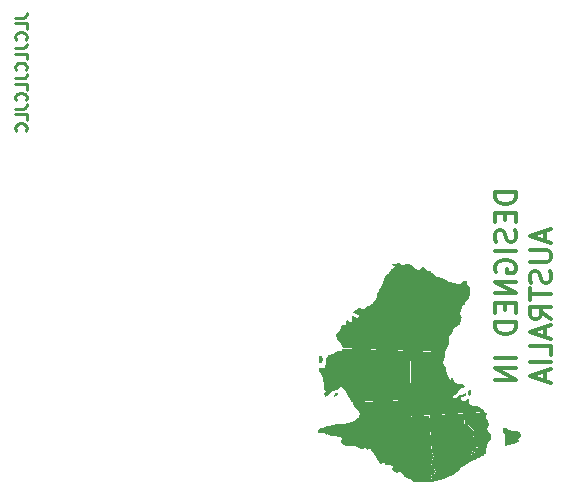
<source format=gbr>
G04 #@! TF.GenerationSoftware,KiCad,Pcbnew,5.1.5-52549c5~86~ubuntu19.04.1*
G04 #@! TF.CreationDate,2020-05-15T20:04:21+10:00*
G04 #@! TF.ProjectId,sid-board-v2,7369642d-626f-4617-9264-2d76322e6b69,rev?*
G04 #@! TF.SameCoordinates,Original*
G04 #@! TF.FileFunction,Legend,Bot*
G04 #@! TF.FilePolarity,Positive*
%FSLAX46Y46*%
G04 Gerber Fmt 4.6, Leading zero omitted, Abs format (unit mm)*
G04 Created by KiCad (PCBNEW 5.1.5-52549c5~86~ubuntu19.04.1) date 2020-05-15 20:04:21*
%MOMM*%
%LPD*%
G04 APERTURE LIST*
%ADD10C,0.250000*%
%ADD11C,0.300000*%
%ADD12C,0.010000*%
G04 APERTURE END LIST*
D10*
X76287380Y-81740952D02*
X77001666Y-81740952D01*
X77144523Y-81693333D01*
X77239761Y-81598095D01*
X77287380Y-81455238D01*
X77287380Y-81360000D01*
X77287380Y-82693333D02*
X77287380Y-82217142D01*
X76287380Y-82217142D01*
X77192142Y-83598095D02*
X77239761Y-83550476D01*
X77287380Y-83407619D01*
X77287380Y-83312380D01*
X77239761Y-83169523D01*
X77144523Y-83074285D01*
X77049285Y-83026666D01*
X76858809Y-82979047D01*
X76715952Y-82979047D01*
X76525476Y-83026666D01*
X76430238Y-83074285D01*
X76335000Y-83169523D01*
X76287380Y-83312380D01*
X76287380Y-83407619D01*
X76335000Y-83550476D01*
X76382619Y-83598095D01*
X76287380Y-84312380D02*
X77001666Y-84312380D01*
X77144523Y-84264761D01*
X77239761Y-84169523D01*
X77287380Y-84026666D01*
X77287380Y-83931428D01*
X77287380Y-85264761D02*
X77287380Y-84788571D01*
X76287380Y-84788571D01*
X77192142Y-86169523D02*
X77239761Y-86121904D01*
X77287380Y-85979047D01*
X77287380Y-85883809D01*
X77239761Y-85740952D01*
X77144523Y-85645714D01*
X77049285Y-85598095D01*
X76858809Y-85550476D01*
X76715952Y-85550476D01*
X76525476Y-85598095D01*
X76430238Y-85645714D01*
X76335000Y-85740952D01*
X76287380Y-85883809D01*
X76287380Y-85979047D01*
X76335000Y-86121904D01*
X76382619Y-86169523D01*
X76287380Y-86883809D02*
X77001666Y-86883809D01*
X77144523Y-86836190D01*
X77239761Y-86740952D01*
X77287380Y-86598095D01*
X77287380Y-86502857D01*
X77287380Y-87836190D02*
X77287380Y-87360000D01*
X76287380Y-87360000D01*
X77192142Y-88740952D02*
X77239761Y-88693333D01*
X77287380Y-88550476D01*
X77287380Y-88455238D01*
X77239761Y-88312380D01*
X77144523Y-88217142D01*
X77049285Y-88169523D01*
X76858809Y-88121904D01*
X76715952Y-88121904D01*
X76525476Y-88169523D01*
X76430238Y-88217142D01*
X76335000Y-88312380D01*
X76287380Y-88455238D01*
X76287380Y-88550476D01*
X76335000Y-88693333D01*
X76382619Y-88740952D01*
X76287380Y-89455238D02*
X77001666Y-89455238D01*
X77144523Y-89407619D01*
X77239761Y-89312380D01*
X77287380Y-89169523D01*
X77287380Y-89074285D01*
X77287380Y-90407619D02*
X77287380Y-89931428D01*
X76287380Y-89931428D01*
X77192142Y-91312380D02*
X77239761Y-91264761D01*
X77287380Y-91121904D01*
X77287380Y-91026666D01*
X77239761Y-90883809D01*
X77144523Y-90788571D01*
X77049285Y-90740952D01*
X76858809Y-90693333D01*
X76715952Y-90693333D01*
X76525476Y-90740952D01*
X76430238Y-90788571D01*
X76335000Y-90883809D01*
X76287380Y-91026666D01*
X76287380Y-91121904D01*
X76335000Y-91264761D01*
X76382619Y-91312380D01*
D11*
X118709166Y-96501666D02*
X116959166Y-96501666D01*
X116959166Y-96918333D01*
X117042500Y-97168333D01*
X117209166Y-97335000D01*
X117375833Y-97418333D01*
X117709166Y-97501666D01*
X117959166Y-97501666D01*
X118292500Y-97418333D01*
X118459166Y-97335000D01*
X118625833Y-97168333D01*
X118709166Y-96918333D01*
X118709166Y-96501666D01*
X117792500Y-98251666D02*
X117792500Y-98835000D01*
X118709166Y-99085000D02*
X118709166Y-98251666D01*
X116959166Y-98251666D01*
X116959166Y-99085000D01*
X118625833Y-99751666D02*
X118709166Y-100001666D01*
X118709166Y-100418333D01*
X118625833Y-100585000D01*
X118542500Y-100668333D01*
X118375833Y-100751666D01*
X118209166Y-100751666D01*
X118042500Y-100668333D01*
X117959166Y-100585000D01*
X117875833Y-100418333D01*
X117792500Y-100085000D01*
X117709166Y-99918333D01*
X117625833Y-99835000D01*
X117459166Y-99751666D01*
X117292500Y-99751666D01*
X117125833Y-99835000D01*
X117042500Y-99918333D01*
X116959166Y-100085000D01*
X116959166Y-100501666D01*
X117042500Y-100751666D01*
X118709166Y-101501666D02*
X116959166Y-101501666D01*
X117042500Y-103251666D02*
X116959166Y-103085000D01*
X116959166Y-102835000D01*
X117042500Y-102585000D01*
X117209166Y-102418333D01*
X117375833Y-102335000D01*
X117709166Y-102251666D01*
X117959166Y-102251666D01*
X118292500Y-102335000D01*
X118459166Y-102418333D01*
X118625833Y-102585000D01*
X118709166Y-102835000D01*
X118709166Y-103001666D01*
X118625833Y-103251666D01*
X118542500Y-103335000D01*
X117959166Y-103335000D01*
X117959166Y-103001666D01*
X118709166Y-104085000D02*
X116959166Y-104085000D01*
X118709166Y-105085000D01*
X116959166Y-105085000D01*
X117792500Y-105918333D02*
X117792500Y-106501666D01*
X118709166Y-106751666D02*
X118709166Y-105918333D01*
X116959166Y-105918333D01*
X116959166Y-106751666D01*
X118709166Y-107501666D02*
X116959166Y-107501666D01*
X116959166Y-107918333D01*
X117042500Y-108168333D01*
X117209166Y-108335000D01*
X117375833Y-108418333D01*
X117709166Y-108501666D01*
X117959166Y-108501666D01*
X118292500Y-108418333D01*
X118459166Y-108335000D01*
X118625833Y-108168333D01*
X118709166Y-107918333D01*
X118709166Y-107501666D01*
X118709166Y-110585000D02*
X116959166Y-110585000D01*
X118709166Y-111418333D02*
X116959166Y-111418333D01*
X118709166Y-112418333D01*
X116959166Y-112418333D01*
X121134166Y-99835000D02*
X121134166Y-100668333D01*
X121634166Y-99668333D02*
X119884166Y-100251666D01*
X121634166Y-100835000D01*
X119884166Y-101418333D02*
X121300833Y-101418333D01*
X121467500Y-101501666D01*
X121550833Y-101585000D01*
X121634166Y-101751666D01*
X121634166Y-102085000D01*
X121550833Y-102251666D01*
X121467500Y-102335000D01*
X121300833Y-102418333D01*
X119884166Y-102418333D01*
X121550833Y-103168333D02*
X121634166Y-103418333D01*
X121634166Y-103835000D01*
X121550833Y-104001666D01*
X121467500Y-104085000D01*
X121300833Y-104168333D01*
X121134166Y-104168333D01*
X120967500Y-104085000D01*
X120884166Y-104001666D01*
X120800833Y-103835000D01*
X120717500Y-103501666D01*
X120634166Y-103335000D01*
X120550833Y-103251666D01*
X120384166Y-103168333D01*
X120217500Y-103168333D01*
X120050833Y-103251666D01*
X119967500Y-103335000D01*
X119884166Y-103501666D01*
X119884166Y-103918333D01*
X119967500Y-104168333D01*
X119884166Y-104668333D02*
X119884166Y-105668333D01*
X121634166Y-105168333D02*
X119884166Y-105168333D01*
X121634166Y-107251666D02*
X120800833Y-106668333D01*
X121634166Y-106251666D02*
X119884166Y-106251666D01*
X119884166Y-106918333D01*
X119967500Y-107085000D01*
X120050833Y-107168333D01*
X120217500Y-107251666D01*
X120467500Y-107251666D01*
X120634166Y-107168333D01*
X120717500Y-107085000D01*
X120800833Y-106918333D01*
X120800833Y-106251666D01*
X121134166Y-107918333D02*
X121134166Y-108751666D01*
X121634166Y-107751666D02*
X119884166Y-108335000D01*
X121634166Y-108918333D01*
X121634166Y-110335000D02*
X121634166Y-109501666D01*
X119884166Y-109501666D01*
X121634166Y-110918333D02*
X119884166Y-110918333D01*
X121134166Y-111668333D02*
X121134166Y-112501666D01*
X121634166Y-111501666D02*
X119884166Y-112085000D01*
X121634166Y-112668333D01*
D12*
G36*
X114880305Y-118622080D02*
G01*
X114881418Y-118625322D01*
X114891030Y-118640196D01*
X114908636Y-118640187D01*
X114942515Y-118623828D01*
X114965911Y-118610370D01*
X115014062Y-118585165D01*
X115053676Y-118569613D01*
X115066722Y-118567200D01*
X115097819Y-118561201D01*
X115099833Y-118545829D01*
X115074823Y-118525016D01*
X115034885Y-118506378D01*
X114977340Y-118488733D01*
X114940184Y-118488920D01*
X114928944Y-118493990D01*
X114898504Y-118528441D01*
X114880180Y-118576970D01*
X114880305Y-118622080D01*
G37*
X114880305Y-118622080D02*
X114881418Y-118625322D01*
X114891030Y-118640196D01*
X114908636Y-118640187D01*
X114942515Y-118623828D01*
X114965911Y-118610370D01*
X115014062Y-118585165D01*
X115053676Y-118569613D01*
X115066722Y-118567200D01*
X115097819Y-118561201D01*
X115099833Y-118545829D01*
X115074823Y-118525016D01*
X115034885Y-118506378D01*
X114977340Y-118488733D01*
X114940184Y-118488920D01*
X114928944Y-118493990D01*
X114898504Y-118528441D01*
X114880180Y-118576970D01*
X114880305Y-118622080D01*
G36*
X102004469Y-110927701D02*
G01*
X102041772Y-110930128D01*
X102054576Y-110930267D01*
X102108109Y-110920820D01*
X102151524Y-110896791D01*
X102174417Y-110864645D01*
X102175734Y-110854969D01*
X102186014Y-110835222D01*
X102211971Y-110800894D01*
X102226534Y-110783746D01*
X102266698Y-110713570D01*
X102277664Y-110631573D01*
X102258727Y-110544238D01*
X102253816Y-110532333D01*
X102223679Y-110477890D01*
X102185148Y-110427420D01*
X102145731Y-110389271D01*
X102112936Y-110371790D01*
X102109119Y-110371466D01*
X102064942Y-110386157D01*
X102036872Y-110426181D01*
X102028338Y-110485473D01*
X102030701Y-110510321D01*
X102044464Y-110607378D01*
X102051442Y-110679095D01*
X102051486Y-110733343D01*
X102044447Y-110777991D01*
X102030179Y-110820911D01*
X102024605Y-110834304D01*
X102004844Y-110881558D01*
X101992098Y-110914402D01*
X101989467Y-110923204D01*
X102004469Y-110927701D01*
G37*
X102004469Y-110927701D02*
X102041772Y-110930128D01*
X102054576Y-110930267D01*
X102108109Y-110920820D01*
X102151524Y-110896791D01*
X102174417Y-110864645D01*
X102175734Y-110854969D01*
X102186014Y-110835222D01*
X102211971Y-110800894D01*
X102226534Y-110783746D01*
X102266698Y-110713570D01*
X102277664Y-110631573D01*
X102258727Y-110544238D01*
X102253816Y-110532333D01*
X102223679Y-110477890D01*
X102185148Y-110427420D01*
X102145731Y-110389271D01*
X102112936Y-110371790D01*
X102109119Y-110371466D01*
X102064942Y-110386157D01*
X102036872Y-110426181D01*
X102028338Y-110485473D01*
X102030701Y-110510321D01*
X102044464Y-110607378D01*
X102051442Y-110679095D01*
X102051486Y-110733343D01*
X102044447Y-110777991D01*
X102030179Y-110820911D01*
X102024605Y-110834304D01*
X102004844Y-110881558D01*
X101992098Y-110914402D01*
X101989467Y-110923204D01*
X102004469Y-110927701D01*
G36*
X103406444Y-113701146D02*
G01*
X103459558Y-113666634D01*
X103509389Y-113640222D01*
X103534779Y-113630646D01*
X103570323Y-113618481D01*
X103578076Y-113600365D01*
X103562206Y-113565594D01*
X103560966Y-113563400D01*
X103531126Y-113524305D01*
X103492074Y-113507247D01*
X103452591Y-113504392D01*
X103402822Y-113514027D01*
X103368258Y-113546137D01*
X103345984Y-113604666D01*
X103336356Y-113661697D01*
X103324531Y-113759995D01*
X103406444Y-113701146D01*
G37*
X103406444Y-113701146D02*
X103459558Y-113666634D01*
X103509389Y-113640222D01*
X103534779Y-113630646D01*
X103570323Y-113618481D01*
X103578076Y-113600365D01*
X103562206Y-113565594D01*
X103560966Y-113563400D01*
X103531126Y-113524305D01*
X103492074Y-113507247D01*
X103452591Y-113504392D01*
X103402822Y-113514027D01*
X103368258Y-113546137D01*
X103345984Y-113604666D01*
X103336356Y-113661697D01*
X103324531Y-113759995D01*
X103406444Y-113701146D01*
G36*
X102029053Y-111524999D02*
G01*
X102063217Y-111620862D01*
X102118281Y-111736461D01*
X102183177Y-111852496D01*
X102252297Y-111975178D01*
X102304244Y-112083793D01*
X102342543Y-112188927D01*
X102370719Y-112301164D01*
X102392296Y-112431089D01*
X102402195Y-112510159D01*
X102417108Y-112617929D01*
X102434815Y-112700842D01*
X102457457Y-112767901D01*
X102470176Y-112796019D01*
X102494943Y-112848753D01*
X102505900Y-112884158D01*
X102504467Y-112915154D01*
X102492065Y-112954659D01*
X102488650Y-112964017D01*
X102470210Y-113015087D01*
X102455898Y-113056068D01*
X102452490Y-113066367D01*
X102458391Y-113096862D01*
X102486961Y-113141051D01*
X102503704Y-113160769D01*
X102563145Y-113241861D01*
X102590146Y-113317132D01*
X102584602Y-113385706D01*
X102546413Y-113446710D01*
X102538180Y-113454855D01*
X102505779Y-113498994D01*
X102488237Y-113544941D01*
X102486885Y-113597631D01*
X102497943Y-113653983D01*
X102517710Y-113702952D01*
X102542488Y-113733488D01*
X102552898Y-113738053D01*
X102598083Y-113732505D01*
X102658753Y-113705278D01*
X102729070Y-113661007D01*
X102803196Y-113604325D01*
X102875294Y-113539868D01*
X102939528Y-113472269D01*
X102990060Y-113406162D01*
X103007168Y-113377397D01*
X103041404Y-113325014D01*
X103084108Y-113287491D01*
X103142468Y-113261003D01*
X103223671Y-113241728D01*
X103278429Y-113233130D01*
X103400874Y-113211361D01*
X103497130Y-113182171D01*
X103574687Y-113141731D01*
X103641034Y-113086210D01*
X103698988Y-113018015D01*
X103754897Y-112958407D01*
X103811203Y-112930170D01*
X103871228Y-112933281D01*
X103938297Y-112967722D01*
X103997471Y-113016169D01*
X104081247Y-113104189D01*
X104175299Y-113223328D01*
X104279764Y-113373793D01*
X104394784Y-113555791D01*
X104520497Y-113769528D01*
X104595012Y-113902067D01*
X104640546Y-113983240D01*
X104682713Y-114056616D01*
X104717712Y-114115707D01*
X104741742Y-114154026D01*
X104747216Y-114161805D01*
X104777417Y-114201411D01*
X107036809Y-114115541D01*
X107314735Y-114104957D01*
X107585948Y-114094585D01*
X107848241Y-114084513D01*
X108099404Y-114074827D01*
X108337232Y-114065614D01*
X108559515Y-114056960D01*
X108764046Y-114048951D01*
X108948618Y-114041675D01*
X109111022Y-114035217D01*
X109249051Y-114029665D01*
X109360497Y-114025105D01*
X109443153Y-114021623D01*
X109494810Y-114019305D01*
X109503633Y-114018866D01*
X109711067Y-114008060D01*
X109707750Y-113658730D01*
X109706507Y-113545002D01*
X109705011Y-113435212D01*
X109703382Y-113336678D01*
X109701744Y-113256719D01*
X109700218Y-113202653D01*
X109700091Y-113199333D01*
X109699250Y-113166407D01*
X109698046Y-113102208D01*
X109696516Y-113009328D01*
X109694696Y-112890356D01*
X109692623Y-112747885D01*
X109690333Y-112584506D01*
X109687862Y-112402809D01*
X109685246Y-112205387D01*
X109682521Y-111994830D01*
X109679725Y-111773729D01*
X109676893Y-111544677D01*
X109676733Y-111531536D01*
X109673920Y-111304942D01*
X109671137Y-111088154D01*
X109668421Y-110883545D01*
X109665807Y-110693485D01*
X109663330Y-110520349D01*
X109661026Y-110366508D01*
X109658931Y-110234335D01*
X109657081Y-110126203D01*
X109655511Y-110044483D01*
X109654256Y-109991549D01*
X109653353Y-109969772D01*
X109653256Y-109969345D01*
X109635771Y-109967818D01*
X109586593Y-109965136D01*
X109507872Y-109961380D01*
X109401759Y-109956633D01*
X109270404Y-109950976D01*
X109115959Y-109944493D01*
X108940573Y-109937266D01*
X108746397Y-109929376D01*
X108535582Y-109920905D01*
X108310278Y-109911937D01*
X108072636Y-109902554D01*
X107824807Y-109892837D01*
X107568942Y-109882869D01*
X107307190Y-109872733D01*
X107041702Y-109862509D01*
X106774630Y-109852282D01*
X106508123Y-109842132D01*
X106244333Y-109832143D01*
X105985409Y-109822396D01*
X105733503Y-109812973D01*
X105490765Y-109803958D01*
X105259346Y-109795432D01*
X105041396Y-109787477D01*
X104839065Y-109780177D01*
X104654506Y-109773612D01*
X104489867Y-109767865D01*
X104347300Y-109763019D01*
X104228956Y-109759155D01*
X104136984Y-109756357D01*
X104073536Y-109754706D01*
X104040763Y-109754284D01*
X104036577Y-109754526D01*
X104023605Y-109777493D01*
X104021467Y-109794449D01*
X104008136Y-109836042D01*
X103974102Y-109882975D01*
X103928301Y-109924202D01*
X103904705Y-109938750D01*
X103866478Y-109952094D01*
X103806000Y-109966313D01*
X103734711Y-109978822D01*
X103715701Y-109981490D01*
X103569156Y-110006592D01*
X103449038Y-110040826D01*
X103348510Y-110086960D01*
X103260736Y-110147761D01*
X103223472Y-110180744D01*
X103182636Y-110214574D01*
X103140811Y-110235112D01*
X103084707Y-110247851D01*
X103049329Y-110252744D01*
X102989676Y-110262604D01*
X102938684Y-110278487D01*
X102889187Y-110304536D01*
X102834021Y-110344893D01*
X102766022Y-110403704D01*
X102727819Y-110438687D01*
X102680947Y-110484164D01*
X102645394Y-110526186D01*
X102619598Y-110570391D01*
X102602000Y-110622416D01*
X102591040Y-110687899D01*
X102585158Y-110772476D01*
X102582794Y-110881786D01*
X102582411Y-110964133D01*
X102581421Y-111097706D01*
X102578325Y-111201693D01*
X102572265Y-111280349D01*
X102562381Y-111337931D01*
X102547816Y-111378696D01*
X102527710Y-111406900D01*
X102501205Y-111426801D01*
X102487664Y-111433847D01*
X102456532Y-111447165D01*
X102428752Y-111452319D01*
X102394583Y-111448690D01*
X102344284Y-111435659D01*
X102298168Y-111421805D01*
X102197812Y-111393116D01*
X102124454Y-111377231D01*
X102073882Y-111373807D01*
X102041883Y-111382500D01*
X102025898Y-111399609D01*
X102016407Y-111450654D01*
X102029053Y-111524999D01*
G37*
X102029053Y-111524999D02*
X102063217Y-111620862D01*
X102118281Y-111736461D01*
X102183177Y-111852496D01*
X102252297Y-111975178D01*
X102304244Y-112083793D01*
X102342543Y-112188927D01*
X102370719Y-112301164D01*
X102392296Y-112431089D01*
X102402195Y-112510159D01*
X102417108Y-112617929D01*
X102434815Y-112700842D01*
X102457457Y-112767901D01*
X102470176Y-112796019D01*
X102494943Y-112848753D01*
X102505900Y-112884158D01*
X102504467Y-112915154D01*
X102492065Y-112954659D01*
X102488650Y-112964017D01*
X102470210Y-113015087D01*
X102455898Y-113056068D01*
X102452490Y-113066367D01*
X102458391Y-113096862D01*
X102486961Y-113141051D01*
X102503704Y-113160769D01*
X102563145Y-113241861D01*
X102590146Y-113317132D01*
X102584602Y-113385706D01*
X102546413Y-113446710D01*
X102538180Y-113454855D01*
X102505779Y-113498994D01*
X102488237Y-113544941D01*
X102486885Y-113597631D01*
X102497943Y-113653983D01*
X102517710Y-113702952D01*
X102542488Y-113733488D01*
X102552898Y-113738053D01*
X102598083Y-113732505D01*
X102658753Y-113705278D01*
X102729070Y-113661007D01*
X102803196Y-113604325D01*
X102875294Y-113539868D01*
X102939528Y-113472269D01*
X102990060Y-113406162D01*
X103007168Y-113377397D01*
X103041404Y-113325014D01*
X103084108Y-113287491D01*
X103142468Y-113261003D01*
X103223671Y-113241728D01*
X103278429Y-113233130D01*
X103400874Y-113211361D01*
X103497130Y-113182171D01*
X103574687Y-113141731D01*
X103641034Y-113086210D01*
X103698988Y-113018015D01*
X103754897Y-112958407D01*
X103811203Y-112930170D01*
X103871228Y-112933281D01*
X103938297Y-112967722D01*
X103997471Y-113016169D01*
X104081247Y-113104189D01*
X104175299Y-113223328D01*
X104279764Y-113373793D01*
X104394784Y-113555791D01*
X104520497Y-113769528D01*
X104595012Y-113902067D01*
X104640546Y-113983240D01*
X104682713Y-114056616D01*
X104717712Y-114115707D01*
X104741742Y-114154026D01*
X104747216Y-114161805D01*
X104777417Y-114201411D01*
X107036809Y-114115541D01*
X107314735Y-114104957D01*
X107585948Y-114094585D01*
X107848241Y-114084513D01*
X108099404Y-114074827D01*
X108337232Y-114065614D01*
X108559515Y-114056960D01*
X108764046Y-114048951D01*
X108948618Y-114041675D01*
X109111022Y-114035217D01*
X109249051Y-114029665D01*
X109360497Y-114025105D01*
X109443153Y-114021623D01*
X109494810Y-114019305D01*
X109503633Y-114018866D01*
X109711067Y-114008060D01*
X109707750Y-113658730D01*
X109706507Y-113545002D01*
X109705011Y-113435212D01*
X109703382Y-113336678D01*
X109701744Y-113256719D01*
X109700218Y-113202653D01*
X109700091Y-113199333D01*
X109699250Y-113166407D01*
X109698046Y-113102208D01*
X109696516Y-113009328D01*
X109694696Y-112890356D01*
X109692623Y-112747885D01*
X109690333Y-112584506D01*
X109687862Y-112402809D01*
X109685246Y-112205387D01*
X109682521Y-111994830D01*
X109679725Y-111773729D01*
X109676893Y-111544677D01*
X109676733Y-111531536D01*
X109673920Y-111304942D01*
X109671137Y-111088154D01*
X109668421Y-110883545D01*
X109665807Y-110693485D01*
X109663330Y-110520349D01*
X109661026Y-110366508D01*
X109658931Y-110234335D01*
X109657081Y-110126203D01*
X109655511Y-110044483D01*
X109654256Y-109991549D01*
X109653353Y-109969772D01*
X109653256Y-109969345D01*
X109635771Y-109967818D01*
X109586593Y-109965136D01*
X109507872Y-109961380D01*
X109401759Y-109956633D01*
X109270404Y-109950976D01*
X109115959Y-109944493D01*
X108940573Y-109937266D01*
X108746397Y-109929376D01*
X108535582Y-109920905D01*
X108310278Y-109911937D01*
X108072636Y-109902554D01*
X107824807Y-109892837D01*
X107568942Y-109882869D01*
X107307190Y-109872733D01*
X107041702Y-109862509D01*
X106774630Y-109852282D01*
X106508123Y-109842132D01*
X106244333Y-109832143D01*
X105985409Y-109822396D01*
X105733503Y-109812973D01*
X105490765Y-109803958D01*
X105259346Y-109795432D01*
X105041396Y-109787477D01*
X104839065Y-109780177D01*
X104654506Y-109773612D01*
X104489867Y-109767865D01*
X104347300Y-109763019D01*
X104228956Y-109759155D01*
X104136984Y-109756357D01*
X104073536Y-109754706D01*
X104040763Y-109754284D01*
X104036577Y-109754526D01*
X104023605Y-109777493D01*
X104021467Y-109794449D01*
X104008136Y-109836042D01*
X103974102Y-109882975D01*
X103928301Y-109924202D01*
X103904705Y-109938750D01*
X103866478Y-109952094D01*
X103806000Y-109966313D01*
X103734711Y-109978822D01*
X103715701Y-109981490D01*
X103569156Y-110006592D01*
X103449038Y-110040826D01*
X103348510Y-110086960D01*
X103260736Y-110147761D01*
X103223472Y-110180744D01*
X103182636Y-110214574D01*
X103140811Y-110235112D01*
X103084707Y-110247851D01*
X103049329Y-110252744D01*
X102989676Y-110262604D01*
X102938684Y-110278487D01*
X102889187Y-110304536D01*
X102834021Y-110344893D01*
X102766022Y-110403704D01*
X102727819Y-110438687D01*
X102680947Y-110484164D01*
X102645394Y-110526186D01*
X102619598Y-110570391D01*
X102602000Y-110622416D01*
X102591040Y-110687899D01*
X102585158Y-110772476D01*
X102582794Y-110881786D01*
X102582411Y-110964133D01*
X102581421Y-111097706D01*
X102578325Y-111201693D01*
X102572265Y-111280349D01*
X102562381Y-111337931D01*
X102547816Y-111378696D01*
X102527710Y-111406900D01*
X102501205Y-111426801D01*
X102487664Y-111433847D01*
X102456532Y-111447165D01*
X102428752Y-111452319D01*
X102394583Y-111448690D01*
X102344284Y-111435659D01*
X102298168Y-111421805D01*
X102197812Y-111393116D01*
X102124454Y-111377231D01*
X102073882Y-111373807D01*
X102041883Y-111382500D01*
X102025898Y-111399609D01*
X102016407Y-111450654D01*
X102029053Y-111524999D01*
G36*
X101949416Y-116771441D02*
G01*
X101977580Y-116795293D01*
X102027763Y-116812354D01*
X102103424Y-116824133D01*
X102208026Y-116832139D01*
X102260400Y-116834696D01*
X102472067Y-116843892D01*
X102527327Y-116902403D01*
X102561893Y-116936407D01*
X102590662Y-116952214D01*
X102627786Y-116954496D01*
X102671260Y-116949940D01*
X102728245Y-116945478D01*
X102767922Y-116951899D01*
X102806012Y-116972598D01*
X102819200Y-116981897D01*
X102873112Y-117019246D01*
X102919416Y-117045131D01*
X102967032Y-117062184D01*
X103024877Y-117073041D01*
X103101871Y-117080334D01*
X103166334Y-117084407D01*
X103302628Y-117094024D01*
X103437903Y-117106738D01*
X103565623Y-117121699D01*
X103679252Y-117138056D01*
X103772254Y-117154960D01*
X103838094Y-117171561D01*
X103839219Y-117171926D01*
X103918782Y-117210443D01*
X103967714Y-117262784D01*
X103985397Y-117327080D01*
X103971211Y-117401465D01*
X103936800Y-117466533D01*
X103899985Y-117530810D01*
X103886717Y-117583991D01*
X103898334Y-117633856D01*
X103936173Y-117688188D01*
X103983367Y-117737328D01*
X104040432Y-117791106D01*
X104090635Y-117832143D01*
X104139868Y-117862166D01*
X104194024Y-117882897D01*
X104258996Y-117896063D01*
X104340677Y-117903387D01*
X104444961Y-117906595D01*
X104564446Y-117907391D01*
X104735201Y-117909483D01*
X104877441Y-117915876D01*
X104996375Y-117927745D01*
X105097212Y-117946270D01*
X105185159Y-117972627D01*
X105265426Y-118007993D01*
X105343219Y-118053547D01*
X105406783Y-118097829D01*
X105507643Y-118163603D01*
X105591711Y-118200050D01*
X105659073Y-118207203D01*
X105671628Y-118204857D01*
X105707032Y-118188481D01*
X105754192Y-118157484D01*
X105782946Y-118135055D01*
X105832391Y-118099022D01*
X105873352Y-118085819D01*
X105913645Y-118096701D01*
X105961086Y-118132920D01*
X105998456Y-118169614D01*
X106070445Y-118243542D01*
X106144730Y-118210683D01*
X106211960Y-118188599D01*
X106271387Y-118188788D01*
X106330113Y-118213372D01*
X106395244Y-118264473D01*
X106426829Y-118294968D01*
X106472382Y-118347011D01*
X106530013Y-118422593D01*
X106595360Y-118515644D01*
X106664059Y-118620093D01*
X106689295Y-118660158D01*
X106752968Y-118760142D01*
X106821205Y-118863353D01*
X106888040Y-118961019D01*
X106947504Y-119044371D01*
X106980711Y-119088434D01*
X107037518Y-119165079D01*
X107093068Y-119246641D01*
X107139766Y-119321645D01*
X107162957Y-119363775D01*
X107192829Y-119419437D01*
X107218600Y-119460920D01*
X107235585Y-119480843D01*
X107237714Y-119481600D01*
X107259629Y-119471566D01*
X107294345Y-119446741D01*
X107302879Y-119439743D01*
X107378712Y-119390719D01*
X107450096Y-119375254D01*
X107517420Y-119393387D01*
X107581075Y-119445157D01*
X107601522Y-119469865D01*
X107636058Y-119509569D01*
X107667670Y-119537060D01*
X107675721Y-119541601D01*
X107702346Y-119546789D01*
X107755898Y-119552763D01*
X107829468Y-119558899D01*
X107916146Y-119564571D01*
X107950000Y-119566419D01*
X108075525Y-119574538D01*
X108170817Y-119585023D01*
X108239490Y-119599033D01*
X108285156Y-119617726D01*
X108311428Y-119642260D01*
X108321919Y-119673795D01*
X108322534Y-119685885D01*
X108313467Y-119731250D01*
X108282192Y-119775209D01*
X108261637Y-119795278D01*
X108223501Y-119835305D01*
X108209686Y-119866092D01*
X108212134Y-119886952D01*
X108235369Y-119926995D01*
X108279552Y-119978045D01*
X108337028Y-120032977D01*
X108400140Y-120084668D01*
X108461233Y-120125992D01*
X108480223Y-120136435D01*
X108526973Y-120158985D01*
X108563802Y-120170805D01*
X108602946Y-120173383D01*
X108656638Y-120168203D01*
X108696212Y-120162671D01*
X108810440Y-120153768D01*
X108906039Y-120165248D01*
X108989107Y-120200017D01*
X109065740Y-120260981D01*
X109142036Y-120351046D01*
X109168131Y-120387581D01*
X109213988Y-120450208D01*
X109260197Y-120507200D01*
X109298559Y-120548602D01*
X109307016Y-120556245D01*
X109372714Y-120603397D01*
X109446538Y-120643824D01*
X109517545Y-120672358D01*
X109574791Y-120683833D01*
X109577306Y-120683867D01*
X109667961Y-120694535D01*
X109751278Y-120728906D01*
X109834696Y-120790530D01*
X109869333Y-120823182D01*
X109919400Y-120871260D01*
X109963675Y-120910875D01*
X109994217Y-120934997D01*
X109998721Y-120937753D01*
X110044312Y-120952184D01*
X110121953Y-120964377D01*
X110229894Y-120974216D01*
X110366383Y-120981585D01*
X110529671Y-120986366D01*
X110718008Y-120988445D01*
X110762565Y-120988528D01*
X110890710Y-120988121D01*
X111016947Y-120986905D01*
X111134390Y-120985007D01*
X111236151Y-120982555D01*
X111315342Y-120979674D01*
X111350999Y-120977664D01*
X111421980Y-120972105D01*
X111469919Y-120963764D01*
X111497101Y-120947417D01*
X111505808Y-120917839D01*
X111498321Y-120869805D01*
X111476925Y-120798090D01*
X111456559Y-120736058D01*
X111428035Y-120634516D01*
X111418209Y-120555215D01*
X111427298Y-120492012D01*
X111455520Y-120438768D01*
X111467593Y-120423996D01*
X111501232Y-120381272D01*
X111528004Y-120341975D01*
X111571451Y-120300640D01*
X111647870Y-120263103D01*
X111657857Y-120259372D01*
X111713400Y-120237137D01*
X111756321Y-120216325D01*
X111775299Y-120203236D01*
X111798274Y-120152127D01*
X111798588Y-120091892D01*
X111785578Y-120055005D01*
X111760780Y-120023642D01*
X111717069Y-119980410D01*
X111662845Y-119933464D01*
X111648927Y-119922335D01*
X111570926Y-119853268D01*
X111521001Y-119788424D01*
X111495137Y-119721199D01*
X111489067Y-119659269D01*
X111481007Y-119604567D01*
X111461023Y-119544798D01*
X111454884Y-119531779D01*
X111420527Y-119436808D01*
X111406246Y-119333765D01*
X111411626Y-119253659D01*
X111433096Y-119199281D01*
X111480011Y-119139951D01*
X111505404Y-119114804D01*
X111564296Y-119050355D01*
X111598167Y-118989478D01*
X111606120Y-118963998D01*
X111619352Y-118900388D01*
X111621958Y-118845983D01*
X111612368Y-118790690D01*
X111589015Y-118724415D01*
X111557865Y-118653420D01*
X111534201Y-118600670D01*
X111516365Y-118555902D01*
X111502983Y-118512340D01*
X111492680Y-118463208D01*
X111484084Y-118401729D01*
X111475818Y-118321127D01*
X111466509Y-118214625D01*
X111464825Y-118194666D01*
X111455326Y-118075926D01*
X111444309Y-117928085D01*
X111432080Y-117755862D01*
X111418943Y-117563972D01*
X111405204Y-117357135D01*
X111391168Y-117140066D01*
X111377140Y-116917484D01*
X111363427Y-116694106D01*
X111350332Y-116474648D01*
X111338162Y-116263829D01*
X111327851Y-116078000D01*
X111320624Y-115947539D01*
X111313536Y-115824812D01*
X111306899Y-115714824D01*
X111301022Y-115622579D01*
X111296219Y-115553080D01*
X111292800Y-115511332D01*
X111292280Y-115506500D01*
X111291017Y-115488027D01*
X111290088Y-115472579D01*
X111286702Y-115460055D01*
X111278069Y-115450358D01*
X111261396Y-115443387D01*
X111233893Y-115439045D01*
X111192769Y-115437233D01*
X111135232Y-115437850D01*
X111058492Y-115440800D01*
X110959756Y-115445981D01*
X110836235Y-115453297D01*
X110685136Y-115462647D01*
X110503668Y-115473933D01*
X110456134Y-115476866D01*
X110306722Y-115486040D01*
X110167633Y-115494530D01*
X110042547Y-115502115D01*
X109935145Y-115508575D01*
X109849107Y-115513688D01*
X109788115Y-115517235D01*
X109755848Y-115518992D01*
X109751888Y-115519145D01*
X109746593Y-115505847D01*
X109741756Y-115465189D01*
X109737330Y-115396079D01*
X109733271Y-115297425D01*
X109729533Y-115168134D01*
X109726070Y-115007112D01*
X109722980Y-114822837D01*
X109720612Y-114672837D01*
X109718193Y-114533769D01*
X109715803Y-114409190D01*
X109713519Y-114302657D01*
X109711422Y-114217726D01*
X109709587Y-114157953D01*
X109708095Y-114126896D01*
X109707559Y-114123238D01*
X109690366Y-114123456D01*
X109641649Y-114124911D01*
X109563725Y-114127515D01*
X109458909Y-114131179D01*
X109329518Y-114135815D01*
X109177867Y-114141333D01*
X109006273Y-114147645D01*
X108817051Y-114154663D01*
X108612518Y-114162299D01*
X108394990Y-114170462D01*
X108166782Y-114179066D01*
X107930211Y-114188020D01*
X107687592Y-114197237D01*
X107441241Y-114206628D01*
X107193476Y-114216105D01*
X106946611Y-114225578D01*
X106702962Y-114234959D01*
X106464846Y-114244160D01*
X106234579Y-114253091D01*
X106014476Y-114261665D01*
X105806854Y-114269793D01*
X105614029Y-114277385D01*
X105438316Y-114284354D01*
X105282031Y-114290611D01*
X105147492Y-114296067D01*
X105037013Y-114300633D01*
X104952910Y-114304222D01*
X104897500Y-114306744D01*
X104873099Y-114308111D01*
X104872120Y-114308249D01*
X104876987Y-114323622D01*
X104894342Y-114359075D01*
X104909034Y-114386325D01*
X104939810Y-114447135D01*
X104971824Y-114518502D01*
X104986198Y-114554000D01*
X105005552Y-114596884D01*
X105032108Y-114639423D01*
X105070359Y-114687189D01*
X105124795Y-114745756D01*
X105199910Y-114820698D01*
X105205774Y-114826424D01*
X105306837Y-114929294D01*
X105382124Y-115017419D01*
X105433615Y-115095458D01*
X105463290Y-115168069D01*
X105473130Y-115239912D01*
X105465114Y-115315646D01*
X105444911Y-115389061D01*
X105382816Y-115525434D01*
X105290896Y-115650150D01*
X105168576Y-115763683D01*
X105015280Y-115866509D01*
X104830434Y-115959099D01*
X104681867Y-116018112D01*
X104536101Y-116064622D01*
X104380978Y-116103022D01*
X104222934Y-116132545D01*
X104068409Y-116152422D01*
X103923840Y-116161885D01*
X103795667Y-116160166D01*
X103690328Y-116146498D01*
X103663040Y-116139635D01*
X103577088Y-116118291D01*
X103514098Y-116112786D01*
X103466744Y-116123807D01*
X103427700Y-116152040D01*
X103417692Y-116162636D01*
X103350074Y-116213866D01*
X103264575Y-116237812D01*
X103181986Y-116236065D01*
X103128318Y-116233823D01*
X103076674Y-116245696D01*
X103020314Y-116270601D01*
X102951031Y-116299256D01*
X102881902Y-116312589D01*
X102819631Y-116315066D01*
X102753668Y-116317862D01*
X102697016Y-116328645D01*
X102635551Y-116351013D01*
X102581848Y-116375609D01*
X102451096Y-116426447D01*
X102334437Y-116449729D01*
X102225408Y-116472121D01*
X102126049Y-116511663D01*
X102042349Y-116564546D01*
X101980298Y-116626958D01*
X101945884Y-116695089D01*
X101945302Y-116697334D01*
X101939810Y-116739291D01*
X101949416Y-116771441D01*
G37*
X101949416Y-116771441D02*
X101977580Y-116795293D01*
X102027763Y-116812354D01*
X102103424Y-116824133D01*
X102208026Y-116832139D01*
X102260400Y-116834696D01*
X102472067Y-116843892D01*
X102527327Y-116902403D01*
X102561893Y-116936407D01*
X102590662Y-116952214D01*
X102627786Y-116954496D01*
X102671260Y-116949940D01*
X102728245Y-116945478D01*
X102767922Y-116951899D01*
X102806012Y-116972598D01*
X102819200Y-116981897D01*
X102873112Y-117019246D01*
X102919416Y-117045131D01*
X102967032Y-117062184D01*
X103024877Y-117073041D01*
X103101871Y-117080334D01*
X103166334Y-117084407D01*
X103302628Y-117094024D01*
X103437903Y-117106738D01*
X103565623Y-117121699D01*
X103679252Y-117138056D01*
X103772254Y-117154960D01*
X103838094Y-117171561D01*
X103839219Y-117171926D01*
X103918782Y-117210443D01*
X103967714Y-117262784D01*
X103985397Y-117327080D01*
X103971211Y-117401465D01*
X103936800Y-117466533D01*
X103899985Y-117530810D01*
X103886717Y-117583991D01*
X103898334Y-117633856D01*
X103936173Y-117688188D01*
X103983367Y-117737328D01*
X104040432Y-117791106D01*
X104090635Y-117832143D01*
X104139868Y-117862166D01*
X104194024Y-117882897D01*
X104258996Y-117896063D01*
X104340677Y-117903387D01*
X104444961Y-117906595D01*
X104564446Y-117907391D01*
X104735201Y-117909483D01*
X104877441Y-117915876D01*
X104996375Y-117927745D01*
X105097212Y-117946270D01*
X105185159Y-117972627D01*
X105265426Y-118007993D01*
X105343219Y-118053547D01*
X105406783Y-118097829D01*
X105507643Y-118163603D01*
X105591711Y-118200050D01*
X105659073Y-118207203D01*
X105671628Y-118204857D01*
X105707032Y-118188481D01*
X105754192Y-118157484D01*
X105782946Y-118135055D01*
X105832391Y-118099022D01*
X105873352Y-118085819D01*
X105913645Y-118096701D01*
X105961086Y-118132920D01*
X105998456Y-118169614D01*
X106070445Y-118243542D01*
X106144730Y-118210683D01*
X106211960Y-118188599D01*
X106271387Y-118188788D01*
X106330113Y-118213372D01*
X106395244Y-118264473D01*
X106426829Y-118294968D01*
X106472382Y-118347011D01*
X106530013Y-118422593D01*
X106595360Y-118515644D01*
X106664059Y-118620093D01*
X106689295Y-118660158D01*
X106752968Y-118760142D01*
X106821205Y-118863353D01*
X106888040Y-118961019D01*
X106947504Y-119044371D01*
X106980711Y-119088434D01*
X107037518Y-119165079D01*
X107093068Y-119246641D01*
X107139766Y-119321645D01*
X107162957Y-119363775D01*
X107192829Y-119419437D01*
X107218600Y-119460920D01*
X107235585Y-119480843D01*
X107237714Y-119481600D01*
X107259629Y-119471566D01*
X107294345Y-119446741D01*
X107302879Y-119439743D01*
X107378712Y-119390719D01*
X107450096Y-119375254D01*
X107517420Y-119393387D01*
X107581075Y-119445157D01*
X107601522Y-119469865D01*
X107636058Y-119509569D01*
X107667670Y-119537060D01*
X107675721Y-119541601D01*
X107702346Y-119546789D01*
X107755898Y-119552763D01*
X107829468Y-119558899D01*
X107916146Y-119564571D01*
X107950000Y-119566419D01*
X108075525Y-119574538D01*
X108170817Y-119585023D01*
X108239490Y-119599033D01*
X108285156Y-119617726D01*
X108311428Y-119642260D01*
X108321919Y-119673795D01*
X108322534Y-119685885D01*
X108313467Y-119731250D01*
X108282192Y-119775209D01*
X108261637Y-119795278D01*
X108223501Y-119835305D01*
X108209686Y-119866092D01*
X108212134Y-119886952D01*
X108235369Y-119926995D01*
X108279552Y-119978045D01*
X108337028Y-120032977D01*
X108400140Y-120084668D01*
X108461233Y-120125992D01*
X108480223Y-120136435D01*
X108526973Y-120158985D01*
X108563802Y-120170805D01*
X108602946Y-120173383D01*
X108656638Y-120168203D01*
X108696212Y-120162671D01*
X108810440Y-120153768D01*
X108906039Y-120165248D01*
X108989107Y-120200017D01*
X109065740Y-120260981D01*
X109142036Y-120351046D01*
X109168131Y-120387581D01*
X109213988Y-120450208D01*
X109260197Y-120507200D01*
X109298559Y-120548602D01*
X109307016Y-120556245D01*
X109372714Y-120603397D01*
X109446538Y-120643824D01*
X109517545Y-120672358D01*
X109574791Y-120683833D01*
X109577306Y-120683867D01*
X109667961Y-120694535D01*
X109751278Y-120728906D01*
X109834696Y-120790530D01*
X109869333Y-120823182D01*
X109919400Y-120871260D01*
X109963675Y-120910875D01*
X109994217Y-120934997D01*
X109998721Y-120937753D01*
X110044312Y-120952184D01*
X110121953Y-120964377D01*
X110229894Y-120974216D01*
X110366383Y-120981585D01*
X110529671Y-120986366D01*
X110718008Y-120988445D01*
X110762565Y-120988528D01*
X110890710Y-120988121D01*
X111016947Y-120986905D01*
X111134390Y-120985007D01*
X111236151Y-120982555D01*
X111315342Y-120979674D01*
X111350999Y-120977664D01*
X111421980Y-120972105D01*
X111469919Y-120963764D01*
X111497101Y-120947417D01*
X111505808Y-120917839D01*
X111498321Y-120869805D01*
X111476925Y-120798090D01*
X111456559Y-120736058D01*
X111428035Y-120634516D01*
X111418209Y-120555215D01*
X111427298Y-120492012D01*
X111455520Y-120438768D01*
X111467593Y-120423996D01*
X111501232Y-120381272D01*
X111528004Y-120341975D01*
X111571451Y-120300640D01*
X111647870Y-120263103D01*
X111657857Y-120259372D01*
X111713400Y-120237137D01*
X111756321Y-120216325D01*
X111775299Y-120203236D01*
X111798274Y-120152127D01*
X111798588Y-120091892D01*
X111785578Y-120055005D01*
X111760780Y-120023642D01*
X111717069Y-119980410D01*
X111662845Y-119933464D01*
X111648927Y-119922335D01*
X111570926Y-119853268D01*
X111521001Y-119788424D01*
X111495137Y-119721199D01*
X111489067Y-119659269D01*
X111481007Y-119604567D01*
X111461023Y-119544798D01*
X111454884Y-119531779D01*
X111420527Y-119436808D01*
X111406246Y-119333765D01*
X111411626Y-119253659D01*
X111433096Y-119199281D01*
X111480011Y-119139951D01*
X111505404Y-119114804D01*
X111564296Y-119050355D01*
X111598167Y-118989478D01*
X111606120Y-118963998D01*
X111619352Y-118900388D01*
X111621958Y-118845983D01*
X111612368Y-118790690D01*
X111589015Y-118724415D01*
X111557865Y-118653420D01*
X111534201Y-118600670D01*
X111516365Y-118555902D01*
X111502983Y-118512340D01*
X111492680Y-118463208D01*
X111484084Y-118401729D01*
X111475818Y-118321127D01*
X111466509Y-118214625D01*
X111464825Y-118194666D01*
X111455326Y-118075926D01*
X111444309Y-117928085D01*
X111432080Y-117755862D01*
X111418943Y-117563972D01*
X111405204Y-117357135D01*
X111391168Y-117140066D01*
X111377140Y-116917484D01*
X111363427Y-116694106D01*
X111350332Y-116474648D01*
X111338162Y-116263829D01*
X111327851Y-116078000D01*
X111320624Y-115947539D01*
X111313536Y-115824812D01*
X111306899Y-115714824D01*
X111301022Y-115622579D01*
X111296219Y-115553080D01*
X111292800Y-115511332D01*
X111292280Y-115506500D01*
X111291017Y-115488027D01*
X111290088Y-115472579D01*
X111286702Y-115460055D01*
X111278069Y-115450358D01*
X111261396Y-115443387D01*
X111233893Y-115439045D01*
X111192769Y-115437233D01*
X111135232Y-115437850D01*
X111058492Y-115440800D01*
X110959756Y-115445981D01*
X110836235Y-115453297D01*
X110685136Y-115462647D01*
X110503668Y-115473933D01*
X110456134Y-115476866D01*
X110306722Y-115486040D01*
X110167633Y-115494530D01*
X110042547Y-115502115D01*
X109935145Y-115508575D01*
X109849107Y-115513688D01*
X109788115Y-115517235D01*
X109755848Y-115518992D01*
X109751888Y-115519145D01*
X109746593Y-115505847D01*
X109741756Y-115465189D01*
X109737330Y-115396079D01*
X109733271Y-115297425D01*
X109729533Y-115168134D01*
X109726070Y-115007112D01*
X109722980Y-114822837D01*
X109720612Y-114672837D01*
X109718193Y-114533769D01*
X109715803Y-114409190D01*
X109713519Y-114302657D01*
X109711422Y-114217726D01*
X109709587Y-114157953D01*
X109708095Y-114126896D01*
X109707559Y-114123238D01*
X109690366Y-114123456D01*
X109641649Y-114124911D01*
X109563725Y-114127515D01*
X109458909Y-114131179D01*
X109329518Y-114135815D01*
X109177867Y-114141333D01*
X109006273Y-114147645D01*
X108817051Y-114154663D01*
X108612518Y-114162299D01*
X108394990Y-114170462D01*
X108166782Y-114179066D01*
X107930211Y-114188020D01*
X107687592Y-114197237D01*
X107441241Y-114206628D01*
X107193476Y-114216105D01*
X106946611Y-114225578D01*
X106702962Y-114234959D01*
X106464846Y-114244160D01*
X106234579Y-114253091D01*
X106014476Y-114261665D01*
X105806854Y-114269793D01*
X105614029Y-114277385D01*
X105438316Y-114284354D01*
X105282031Y-114290611D01*
X105147492Y-114296067D01*
X105037013Y-114300633D01*
X104952910Y-114304222D01*
X104897500Y-114306744D01*
X104873099Y-114308111D01*
X104872120Y-114308249D01*
X104876987Y-114323622D01*
X104894342Y-114359075D01*
X104909034Y-114386325D01*
X104939810Y-114447135D01*
X104971824Y-114518502D01*
X104986198Y-114554000D01*
X105005552Y-114596884D01*
X105032108Y-114639423D01*
X105070359Y-114687189D01*
X105124795Y-114745756D01*
X105199910Y-114820698D01*
X105205774Y-114826424D01*
X105306837Y-114929294D01*
X105382124Y-115017419D01*
X105433615Y-115095458D01*
X105463290Y-115168069D01*
X105473130Y-115239912D01*
X105465114Y-115315646D01*
X105444911Y-115389061D01*
X105382816Y-115525434D01*
X105290896Y-115650150D01*
X105168576Y-115763683D01*
X105015280Y-115866509D01*
X104830434Y-115959099D01*
X104681867Y-116018112D01*
X104536101Y-116064622D01*
X104380978Y-116103022D01*
X104222934Y-116132545D01*
X104068409Y-116152422D01*
X103923840Y-116161885D01*
X103795667Y-116160166D01*
X103690328Y-116146498D01*
X103663040Y-116139635D01*
X103577088Y-116118291D01*
X103514098Y-116112786D01*
X103466744Y-116123807D01*
X103427700Y-116152040D01*
X103417692Y-116162636D01*
X103350074Y-116213866D01*
X103264575Y-116237812D01*
X103181986Y-116236065D01*
X103128318Y-116233823D01*
X103076674Y-116245696D01*
X103020314Y-116270601D01*
X102951031Y-116299256D01*
X102881902Y-116312589D01*
X102819631Y-116315066D01*
X102753668Y-116317862D01*
X102697016Y-116328645D01*
X102635551Y-116351013D01*
X102581848Y-116375609D01*
X102451096Y-116426447D01*
X102334437Y-116449729D01*
X102225408Y-116472121D01*
X102126049Y-116511663D01*
X102042349Y-116564546D01*
X101980298Y-116626958D01*
X101945884Y-116695089D01*
X101945302Y-116697334D01*
X101939810Y-116739291D01*
X101949416Y-116771441D01*
G36*
X103479423Y-108700753D02*
G01*
X103515288Y-108787198D01*
X103573478Y-108888826D01*
X103654491Y-109008961D01*
X103726724Y-109108102D01*
X103805946Y-109215349D01*
X103867292Y-109300709D01*
X103913773Y-109368950D01*
X103948403Y-109424842D01*
X103974194Y-109473153D01*
X103994158Y-109518653D01*
X104005700Y-109549727D01*
X104027659Y-109602661D01*
X104049507Y-109629772D01*
X104075081Y-109638411D01*
X104104135Y-109640152D01*
X104164663Y-109643046D01*
X104254925Y-109647028D01*
X104373181Y-109652031D01*
X104517690Y-109657991D01*
X104686714Y-109664841D01*
X104878512Y-109672516D01*
X105091345Y-109680950D01*
X105323472Y-109690078D01*
X105573154Y-109699834D01*
X105838652Y-109710152D01*
X106118224Y-109720967D01*
X106410131Y-109732213D01*
X106712634Y-109743825D01*
X107023993Y-109755736D01*
X107342468Y-109767881D01*
X107666318Y-109780195D01*
X107993805Y-109792612D01*
X108323187Y-109805066D01*
X108652727Y-109817491D01*
X108980682Y-109829823D01*
X109305315Y-109841994D01*
X109624884Y-109853941D01*
X109937651Y-109865596D01*
X110241875Y-109876894D01*
X110535816Y-109887771D01*
X110817735Y-109898159D01*
X111085892Y-109907994D01*
X111338546Y-109917209D01*
X111573958Y-109925740D01*
X111790389Y-109933520D01*
X111986098Y-109940484D01*
X112159346Y-109946566D01*
X112308392Y-109951701D01*
X112431497Y-109955822D01*
X112526921Y-109958865D01*
X112592925Y-109960764D01*
X112627767Y-109961452D01*
X112633014Y-109961297D01*
X112642842Y-109939568D01*
X112655143Y-109897327D01*
X112659855Y-109877485D01*
X112675219Y-109832855D01*
X112704158Y-109768869D01*
X112742211Y-109694835D01*
X112776080Y-109634866D01*
X112831727Y-109539810D01*
X112872495Y-109465570D01*
X112900730Y-109403802D01*
X112918778Y-109346163D01*
X112928982Y-109284308D01*
X112933689Y-109209894D01*
X112935243Y-109114576D01*
X112935513Y-109067600D01*
X112936370Y-108966322D01*
X112938330Y-108891982D01*
X112942288Y-108837655D01*
X112949141Y-108796411D01*
X112959785Y-108761326D01*
X112975114Y-108725470D01*
X112981491Y-108712000D01*
X113016113Y-108651004D01*
X113063856Y-108580876D01*
X113113997Y-108517267D01*
X113170313Y-108449841D01*
X113209800Y-108394257D01*
X113238545Y-108339004D01*
X113262640Y-108272574D01*
X113285608Y-108192878D01*
X113305699Y-108123971D01*
X113325822Y-108062725D01*
X113342141Y-108020676D01*
X113344391Y-108016013D01*
X113387363Y-107957720D01*
X113450295Y-107901998D01*
X113520247Y-107859465D01*
X113549248Y-107847881D01*
X113647384Y-107809904D01*
X113732478Y-107765080D01*
X113799553Y-107716987D01*
X113843630Y-107669201D01*
X113859730Y-107625301D01*
X113859734Y-107624742D01*
X113864823Y-107597539D01*
X113878805Y-107544975D01*
X113899748Y-107473779D01*
X113925722Y-107390680D01*
X113935934Y-107359142D01*
X113963228Y-107273568D01*
X113986195Y-107197640D01*
X114002906Y-107138033D01*
X114011436Y-107101422D01*
X114012134Y-107095122D01*
X114004186Y-107065518D01*
X113983313Y-107017133D01*
X113953971Y-106960255D01*
X113952867Y-106958276D01*
X113915877Y-106883294D01*
X113898148Y-106818428D01*
X113899424Y-106753232D01*
X113919446Y-106677262D01*
X113944327Y-106612445D01*
X113981298Y-106518661D01*
X114007109Y-106440334D01*
X114025794Y-106362657D01*
X114041387Y-106270819D01*
X114045864Y-106239733D01*
X114057815Y-106159147D01*
X114069513Y-106104579D01*
X114085194Y-106068483D01*
X114109093Y-106043308D01*
X114145444Y-106021507D01*
X114177051Y-106005910D01*
X114233872Y-105976493D01*
X114269304Y-105949269D01*
X114291877Y-105913737D01*
X114310126Y-105859394D01*
X114317245Y-105833333D01*
X114333652Y-105789066D01*
X114361474Y-105744784D01*
X114406097Y-105693178D01*
X114460736Y-105638600D01*
X114546179Y-105547026D01*
X114614093Y-105451190D01*
X114668209Y-105343696D01*
X114712257Y-105217150D01*
X114749577Y-105065993D01*
X114763136Y-104978661D01*
X114770511Y-104880244D01*
X114771551Y-104782046D01*
X114766107Y-104695371D01*
X114755298Y-104635723D01*
X114729805Y-104588076D01*
X114686386Y-104541598D01*
X114676992Y-104534123D01*
X114627834Y-104494403D01*
X114571397Y-104444903D01*
X114541900Y-104417395D01*
X114469334Y-104347656D01*
X114469334Y-104219388D01*
X114468205Y-104152172D01*
X114463411Y-104110102D01*
X114452836Y-104084495D01*
X114434369Y-104066665D01*
X114431699Y-104064760D01*
X114378209Y-104044136D01*
X114309029Y-104039407D01*
X114238164Y-104050186D01*
X114186561Y-104071558D01*
X114137972Y-104117236D01*
X114114080Y-104172580D01*
X114098277Y-104217226D01*
X114074338Y-104241881D01*
X114030153Y-104258330D01*
X114024319Y-104259933D01*
X113959944Y-104269220D01*
X113869255Y-104270997D01*
X113758785Y-104266006D01*
X113635067Y-104254985D01*
X113504634Y-104238676D01*
X113374019Y-104217817D01*
X113249754Y-104193150D01*
X113138372Y-104165414D01*
X113106200Y-104155913D01*
X112989345Y-104115159D01*
X112897144Y-104071562D01*
X112820434Y-104020424D01*
X112786556Y-103991936D01*
X112720610Y-103941749D01*
X112638197Y-103896169D01*
X112535095Y-103853472D01*
X112407083Y-103811931D01*
X112249939Y-103769823D01*
X112232393Y-103765498D01*
X112138750Y-103742061D01*
X112055114Y-103720168D01*
X111987723Y-103701527D01*
X111942816Y-103687847D01*
X111928329Y-103682262D01*
X111905792Y-103665429D01*
X111863757Y-103629782D01*
X111807315Y-103579794D01*
X111741560Y-103519937D01*
X111706250Y-103487210D01*
X111602809Y-103392611D01*
X111518911Y-103320486D01*
X111451116Y-103268434D01*
X111395986Y-103234052D01*
X111350085Y-103214936D01*
X111309973Y-103208685D01*
X111307689Y-103208666D01*
X111240650Y-103197455D01*
X111166027Y-103162571D01*
X111080674Y-103102141D01*
X110981855Y-103014684D01*
X110910804Y-102947354D01*
X110858759Y-102901745D01*
X110819831Y-102876618D01*
X110788128Y-102870735D01*
X110757762Y-102882856D01*
X110722844Y-102911741D01*
X110682080Y-102951618D01*
X110594455Y-103025854D01*
X110509592Y-103070089D01*
X110420876Y-103086865D01*
X110342480Y-103082195D01*
X110251501Y-103059465D01*
X110162343Y-103016845D01*
X110070342Y-102951275D01*
X109970831Y-102859697D01*
X109916684Y-102803072D01*
X109827220Y-102710217D01*
X109751031Y-102642831D01*
X109681567Y-102598925D01*
X109612280Y-102576510D01*
X109536620Y-102573595D01*
X109448037Y-102588193D01*
X109339984Y-102618313D01*
X109324453Y-102623174D01*
X109244071Y-102647246D01*
X109171008Y-102666784D01*
X109113816Y-102679643D01*
X109082992Y-102683733D01*
X109046726Y-102675812D01*
X108990584Y-102654564D01*
X108923922Y-102623762D01*
X108887876Y-102605043D01*
X108742340Y-102526354D01*
X108545137Y-102564364D01*
X108457601Y-102581408D01*
X108373194Y-102598143D01*
X108302661Y-102612422D01*
X108263267Y-102620673D01*
X108178600Y-102638972D01*
X108302792Y-102660462D01*
X108383248Y-102676968D01*
X108435152Y-102695113D01*
X108463791Y-102717924D01*
X108474450Y-102748428D01*
X108474933Y-102759055D01*
X108468935Y-102787099D01*
X108448194Y-102817254D01*
X108408589Y-102853568D01*
X108346000Y-102900083D01*
X108297134Y-102933608D01*
X108226752Y-102984269D01*
X108167741Y-103035637D01*
X108113268Y-103095133D01*
X108056504Y-103170178D01*
X107994021Y-103262962D01*
X107931388Y-103352081D01*
X107874009Y-103419957D01*
X107824869Y-103463488D01*
X107786951Y-103479571D01*
X107785608Y-103479600D01*
X107758229Y-103493505D01*
X107721479Y-103530300D01*
X107681175Y-103582606D01*
X107643137Y-103643046D01*
X107618703Y-103691267D01*
X107596763Y-103743695D01*
X107566872Y-103819431D01*
X107532353Y-103909845D01*
X107496528Y-104006308D01*
X107481777Y-104046867D01*
X107418815Y-104211924D01*
X107350420Y-104374770D01*
X107279111Y-104530371D01*
X107207406Y-104673695D01*
X107137825Y-104799707D01*
X107072887Y-104903373D01*
X107015112Y-104979661D01*
X107014730Y-104980096D01*
X106990619Y-105011728D01*
X106973232Y-105047670D01*
X106959767Y-105096559D01*
X106947421Y-105167030D01*
X106942048Y-105204052D01*
X106928055Y-105287981D01*
X106910576Y-105370328D01*
X106892527Y-105438000D01*
X106884989Y-105460191D01*
X106818197Y-105602042D01*
X106727834Y-105744035D01*
X106621906Y-105874065D01*
X106588038Y-105909181D01*
X106481177Y-106004990D01*
X106377198Y-106074813D01*
X106266724Y-106124235D01*
X106187153Y-106148025D01*
X106090950Y-106176898D01*
X106022614Y-106210482D01*
X105976152Y-106254283D01*
X105945574Y-106313810D01*
X105926177Y-106387916D01*
X105914248Y-106423852D01*
X105892533Y-106445641D01*
X105856611Y-106453488D01*
X105802062Y-106447600D01*
X105724463Y-106428182D01*
X105637552Y-106401345D01*
X105555457Y-106375083D01*
X105497934Y-106358305D01*
X105457349Y-106350018D01*
X105426069Y-106349228D01*
X105396461Y-106354944D01*
X105362639Y-106365591D01*
X105299156Y-106391212D01*
X105227895Y-106427243D01*
X105154058Y-106470086D01*
X105082849Y-106516144D01*
X105019471Y-106561819D01*
X104969127Y-106603515D01*
X104937021Y-106637633D01*
X104928357Y-106660577D01*
X104930598Y-106664281D01*
X104950359Y-106675641D01*
X104995206Y-106697616D01*
X105059140Y-106727377D01*
X105136164Y-106762093D01*
X105164467Y-106774611D01*
X105281576Y-106828273D01*
X105367989Y-106872852D01*
X105425343Y-106909341D01*
X105455274Y-106938736D01*
X105460800Y-106954826D01*
X105449549Y-106972657D01*
X105419416Y-107007888D01*
X105375833Y-107054344D01*
X105351674Y-107078874D01*
X105284115Y-107141472D01*
X105232865Y-107178102D01*
X105203357Y-107188000D01*
X105172852Y-107178872D01*
X105122987Y-107154344D01*
X105061964Y-107118699D01*
X105025058Y-107094866D01*
X104965503Y-107055429D01*
X104917211Y-107024267D01*
X104886540Y-107005438D01*
X104879096Y-107001733D01*
X104862575Y-107017365D01*
X104847851Y-107059057D01*
X104836514Y-107119003D01*
X104830150Y-107189396D01*
X104829614Y-107244932D01*
X104825042Y-107351269D01*
X104803774Y-107429151D01*
X104764884Y-107480094D01*
X104707447Y-107505612D01*
X104668054Y-107509357D01*
X104611474Y-107502889D01*
X104557555Y-107479471D01*
X104496050Y-107434318D01*
X104482311Y-107422583D01*
X104430007Y-107385764D01*
X104391433Y-107378664D01*
X104366159Y-107401755D01*
X104353752Y-107455509D01*
X104353782Y-107540396D01*
X104355266Y-107561442D01*
X104357632Y-107625359D01*
X104349465Y-107670611D01*
X104325754Y-107701913D01*
X104281492Y-107723982D01*
X104211668Y-107741534D01*
X104152467Y-107752366D01*
X104046798Y-107774395D01*
X103970814Y-107800175D01*
X103920369Y-107831978D01*
X103891313Y-107872073D01*
X103882624Y-107900032D01*
X103872495Y-107950682D01*
X103859589Y-108016076D01*
X103852057Y-108054583D01*
X103827820Y-108136829D01*
X103786322Y-108212144D01*
X103723076Y-108286751D01*
X103633593Y-108366876D01*
X103617513Y-108379848D01*
X103549235Y-108440272D01*
X103500789Y-108499249D01*
X103472672Y-108560104D01*
X103465384Y-108626163D01*
X103479423Y-108700753D01*
G37*
X103479423Y-108700753D02*
X103515288Y-108787198D01*
X103573478Y-108888826D01*
X103654491Y-109008961D01*
X103726724Y-109108102D01*
X103805946Y-109215349D01*
X103867292Y-109300709D01*
X103913773Y-109368950D01*
X103948403Y-109424842D01*
X103974194Y-109473153D01*
X103994158Y-109518653D01*
X104005700Y-109549727D01*
X104027659Y-109602661D01*
X104049507Y-109629772D01*
X104075081Y-109638411D01*
X104104135Y-109640152D01*
X104164663Y-109643046D01*
X104254925Y-109647028D01*
X104373181Y-109652031D01*
X104517690Y-109657991D01*
X104686714Y-109664841D01*
X104878512Y-109672516D01*
X105091345Y-109680950D01*
X105323472Y-109690078D01*
X105573154Y-109699834D01*
X105838652Y-109710152D01*
X106118224Y-109720967D01*
X106410131Y-109732213D01*
X106712634Y-109743825D01*
X107023993Y-109755736D01*
X107342468Y-109767881D01*
X107666318Y-109780195D01*
X107993805Y-109792612D01*
X108323187Y-109805066D01*
X108652727Y-109817491D01*
X108980682Y-109829823D01*
X109305315Y-109841994D01*
X109624884Y-109853941D01*
X109937651Y-109865596D01*
X110241875Y-109876894D01*
X110535816Y-109887771D01*
X110817735Y-109898159D01*
X111085892Y-109907994D01*
X111338546Y-109917209D01*
X111573958Y-109925740D01*
X111790389Y-109933520D01*
X111986098Y-109940484D01*
X112159346Y-109946566D01*
X112308392Y-109951701D01*
X112431497Y-109955822D01*
X112526921Y-109958865D01*
X112592925Y-109960764D01*
X112627767Y-109961452D01*
X112633014Y-109961297D01*
X112642842Y-109939568D01*
X112655143Y-109897327D01*
X112659855Y-109877485D01*
X112675219Y-109832855D01*
X112704158Y-109768869D01*
X112742211Y-109694835D01*
X112776080Y-109634866D01*
X112831727Y-109539810D01*
X112872495Y-109465570D01*
X112900730Y-109403802D01*
X112918778Y-109346163D01*
X112928982Y-109284308D01*
X112933689Y-109209894D01*
X112935243Y-109114576D01*
X112935513Y-109067600D01*
X112936370Y-108966322D01*
X112938330Y-108891982D01*
X112942288Y-108837655D01*
X112949141Y-108796411D01*
X112959785Y-108761326D01*
X112975114Y-108725470D01*
X112981491Y-108712000D01*
X113016113Y-108651004D01*
X113063856Y-108580876D01*
X113113997Y-108517267D01*
X113170313Y-108449841D01*
X113209800Y-108394257D01*
X113238545Y-108339004D01*
X113262640Y-108272574D01*
X113285608Y-108192878D01*
X113305699Y-108123971D01*
X113325822Y-108062725D01*
X113342141Y-108020676D01*
X113344391Y-108016013D01*
X113387363Y-107957720D01*
X113450295Y-107901998D01*
X113520247Y-107859465D01*
X113549248Y-107847881D01*
X113647384Y-107809904D01*
X113732478Y-107765080D01*
X113799553Y-107716987D01*
X113843630Y-107669201D01*
X113859730Y-107625301D01*
X113859734Y-107624742D01*
X113864823Y-107597539D01*
X113878805Y-107544975D01*
X113899748Y-107473779D01*
X113925722Y-107390680D01*
X113935934Y-107359142D01*
X113963228Y-107273568D01*
X113986195Y-107197640D01*
X114002906Y-107138033D01*
X114011436Y-107101422D01*
X114012134Y-107095122D01*
X114004186Y-107065518D01*
X113983313Y-107017133D01*
X113953971Y-106960255D01*
X113952867Y-106958276D01*
X113915877Y-106883294D01*
X113898148Y-106818428D01*
X113899424Y-106753232D01*
X113919446Y-106677262D01*
X113944327Y-106612445D01*
X113981298Y-106518661D01*
X114007109Y-106440334D01*
X114025794Y-106362657D01*
X114041387Y-106270819D01*
X114045864Y-106239733D01*
X114057815Y-106159147D01*
X114069513Y-106104579D01*
X114085194Y-106068483D01*
X114109093Y-106043308D01*
X114145444Y-106021507D01*
X114177051Y-106005910D01*
X114233872Y-105976493D01*
X114269304Y-105949269D01*
X114291877Y-105913737D01*
X114310126Y-105859394D01*
X114317245Y-105833333D01*
X114333652Y-105789066D01*
X114361474Y-105744784D01*
X114406097Y-105693178D01*
X114460736Y-105638600D01*
X114546179Y-105547026D01*
X114614093Y-105451190D01*
X114668209Y-105343696D01*
X114712257Y-105217150D01*
X114749577Y-105065993D01*
X114763136Y-104978661D01*
X114770511Y-104880244D01*
X114771551Y-104782046D01*
X114766107Y-104695371D01*
X114755298Y-104635723D01*
X114729805Y-104588076D01*
X114686386Y-104541598D01*
X114676992Y-104534123D01*
X114627834Y-104494403D01*
X114571397Y-104444903D01*
X114541900Y-104417395D01*
X114469334Y-104347656D01*
X114469334Y-104219388D01*
X114468205Y-104152172D01*
X114463411Y-104110102D01*
X114452836Y-104084495D01*
X114434369Y-104066665D01*
X114431699Y-104064760D01*
X114378209Y-104044136D01*
X114309029Y-104039407D01*
X114238164Y-104050186D01*
X114186561Y-104071558D01*
X114137972Y-104117236D01*
X114114080Y-104172580D01*
X114098277Y-104217226D01*
X114074338Y-104241881D01*
X114030153Y-104258330D01*
X114024319Y-104259933D01*
X113959944Y-104269220D01*
X113869255Y-104270997D01*
X113758785Y-104266006D01*
X113635067Y-104254985D01*
X113504634Y-104238676D01*
X113374019Y-104217817D01*
X113249754Y-104193150D01*
X113138372Y-104165414D01*
X113106200Y-104155913D01*
X112989345Y-104115159D01*
X112897144Y-104071562D01*
X112820434Y-104020424D01*
X112786556Y-103991936D01*
X112720610Y-103941749D01*
X112638197Y-103896169D01*
X112535095Y-103853472D01*
X112407083Y-103811931D01*
X112249939Y-103769823D01*
X112232393Y-103765498D01*
X112138750Y-103742061D01*
X112055114Y-103720168D01*
X111987723Y-103701527D01*
X111942816Y-103687847D01*
X111928329Y-103682262D01*
X111905792Y-103665429D01*
X111863757Y-103629782D01*
X111807315Y-103579794D01*
X111741560Y-103519937D01*
X111706250Y-103487210D01*
X111602809Y-103392611D01*
X111518911Y-103320486D01*
X111451116Y-103268434D01*
X111395986Y-103234052D01*
X111350085Y-103214936D01*
X111309973Y-103208685D01*
X111307689Y-103208666D01*
X111240650Y-103197455D01*
X111166027Y-103162571D01*
X111080674Y-103102141D01*
X110981855Y-103014684D01*
X110910804Y-102947354D01*
X110858759Y-102901745D01*
X110819831Y-102876618D01*
X110788128Y-102870735D01*
X110757762Y-102882856D01*
X110722844Y-102911741D01*
X110682080Y-102951618D01*
X110594455Y-103025854D01*
X110509592Y-103070089D01*
X110420876Y-103086865D01*
X110342480Y-103082195D01*
X110251501Y-103059465D01*
X110162343Y-103016845D01*
X110070342Y-102951275D01*
X109970831Y-102859697D01*
X109916684Y-102803072D01*
X109827220Y-102710217D01*
X109751031Y-102642831D01*
X109681567Y-102598925D01*
X109612280Y-102576510D01*
X109536620Y-102573595D01*
X109448037Y-102588193D01*
X109339984Y-102618313D01*
X109324453Y-102623174D01*
X109244071Y-102647246D01*
X109171008Y-102666784D01*
X109113816Y-102679643D01*
X109082992Y-102683733D01*
X109046726Y-102675812D01*
X108990584Y-102654564D01*
X108923922Y-102623762D01*
X108887876Y-102605043D01*
X108742340Y-102526354D01*
X108545137Y-102564364D01*
X108457601Y-102581408D01*
X108373194Y-102598143D01*
X108302661Y-102612422D01*
X108263267Y-102620673D01*
X108178600Y-102638972D01*
X108302792Y-102660462D01*
X108383248Y-102676968D01*
X108435152Y-102695113D01*
X108463791Y-102717924D01*
X108474450Y-102748428D01*
X108474933Y-102759055D01*
X108468935Y-102787099D01*
X108448194Y-102817254D01*
X108408589Y-102853568D01*
X108346000Y-102900083D01*
X108297134Y-102933608D01*
X108226752Y-102984269D01*
X108167741Y-103035637D01*
X108113268Y-103095133D01*
X108056504Y-103170178D01*
X107994021Y-103262962D01*
X107931388Y-103352081D01*
X107874009Y-103419957D01*
X107824869Y-103463488D01*
X107786951Y-103479571D01*
X107785608Y-103479600D01*
X107758229Y-103493505D01*
X107721479Y-103530300D01*
X107681175Y-103582606D01*
X107643137Y-103643046D01*
X107618703Y-103691267D01*
X107596763Y-103743695D01*
X107566872Y-103819431D01*
X107532353Y-103909845D01*
X107496528Y-104006308D01*
X107481777Y-104046867D01*
X107418815Y-104211924D01*
X107350420Y-104374770D01*
X107279111Y-104530371D01*
X107207406Y-104673695D01*
X107137825Y-104799707D01*
X107072887Y-104903373D01*
X107015112Y-104979661D01*
X107014730Y-104980096D01*
X106990619Y-105011728D01*
X106973232Y-105047670D01*
X106959767Y-105096559D01*
X106947421Y-105167030D01*
X106942048Y-105204052D01*
X106928055Y-105287981D01*
X106910576Y-105370328D01*
X106892527Y-105438000D01*
X106884989Y-105460191D01*
X106818197Y-105602042D01*
X106727834Y-105744035D01*
X106621906Y-105874065D01*
X106588038Y-105909181D01*
X106481177Y-106004990D01*
X106377198Y-106074813D01*
X106266724Y-106124235D01*
X106187153Y-106148025D01*
X106090950Y-106176898D01*
X106022614Y-106210482D01*
X105976152Y-106254283D01*
X105945574Y-106313810D01*
X105926177Y-106387916D01*
X105914248Y-106423852D01*
X105892533Y-106445641D01*
X105856611Y-106453488D01*
X105802062Y-106447600D01*
X105724463Y-106428182D01*
X105637552Y-106401345D01*
X105555457Y-106375083D01*
X105497934Y-106358305D01*
X105457349Y-106350018D01*
X105426069Y-106349228D01*
X105396461Y-106354944D01*
X105362639Y-106365591D01*
X105299156Y-106391212D01*
X105227895Y-106427243D01*
X105154058Y-106470086D01*
X105082849Y-106516144D01*
X105019471Y-106561819D01*
X104969127Y-106603515D01*
X104937021Y-106637633D01*
X104928357Y-106660577D01*
X104930598Y-106664281D01*
X104950359Y-106675641D01*
X104995206Y-106697616D01*
X105059140Y-106727377D01*
X105136164Y-106762093D01*
X105164467Y-106774611D01*
X105281576Y-106828273D01*
X105367989Y-106872852D01*
X105425343Y-106909341D01*
X105455274Y-106938736D01*
X105460800Y-106954826D01*
X105449549Y-106972657D01*
X105419416Y-107007888D01*
X105375833Y-107054344D01*
X105351674Y-107078874D01*
X105284115Y-107141472D01*
X105232865Y-107178102D01*
X105203357Y-107188000D01*
X105172852Y-107178872D01*
X105122987Y-107154344D01*
X105061964Y-107118699D01*
X105025058Y-107094866D01*
X104965503Y-107055429D01*
X104917211Y-107024267D01*
X104886540Y-107005438D01*
X104879096Y-107001733D01*
X104862575Y-107017365D01*
X104847851Y-107059057D01*
X104836514Y-107119003D01*
X104830150Y-107189396D01*
X104829614Y-107244932D01*
X104825042Y-107351269D01*
X104803774Y-107429151D01*
X104764884Y-107480094D01*
X104707447Y-107505612D01*
X104668054Y-107509357D01*
X104611474Y-107502889D01*
X104557555Y-107479471D01*
X104496050Y-107434318D01*
X104482311Y-107422583D01*
X104430007Y-107385764D01*
X104391433Y-107378664D01*
X104366159Y-107401755D01*
X104353752Y-107455509D01*
X104353782Y-107540396D01*
X104355266Y-107561442D01*
X104357632Y-107625359D01*
X104349465Y-107670611D01*
X104325754Y-107701913D01*
X104281492Y-107723982D01*
X104211668Y-107741534D01*
X104152467Y-107752366D01*
X104046798Y-107774395D01*
X103970814Y-107800175D01*
X103920369Y-107831978D01*
X103891313Y-107872073D01*
X103882624Y-107900032D01*
X103872495Y-107950682D01*
X103859589Y-108016076D01*
X103852057Y-108054583D01*
X103827820Y-108136829D01*
X103786322Y-108212144D01*
X103723076Y-108286751D01*
X103633593Y-108366876D01*
X103617513Y-108379848D01*
X103549235Y-108440272D01*
X103500789Y-108499249D01*
X103472672Y-108560104D01*
X103465384Y-108626163D01*
X103479423Y-108700753D01*
G36*
X114671082Y-113597397D02*
G01*
X114691578Y-113668531D01*
X114713999Y-113706242D01*
X114738813Y-113710944D01*
X114766488Y-113683050D01*
X114767142Y-113682059D01*
X114784501Y-113637070D01*
X114796584Y-113570039D01*
X114802623Y-113492490D01*
X114801847Y-113415945D01*
X114793486Y-113351929D01*
X114790060Y-113339033D01*
X114772678Y-113296928D01*
X114752980Y-113286649D01*
X114725618Y-113306291D01*
X114718763Y-113313633D01*
X114685878Y-113370816D01*
X114666529Y-113448226D01*
X114662666Y-113534266D01*
X114671082Y-113597397D01*
G37*
X114671082Y-113597397D02*
X114691578Y-113668531D01*
X114713999Y-113706242D01*
X114738813Y-113710944D01*
X114766488Y-113683050D01*
X114767142Y-113682059D01*
X114784501Y-113637070D01*
X114796584Y-113570039D01*
X114802623Y-113492490D01*
X114801847Y-113415945D01*
X114793486Y-113351929D01*
X114790060Y-113339033D01*
X114772678Y-113296928D01*
X114752980Y-113286649D01*
X114725618Y-113306291D01*
X114718763Y-113313633D01*
X114685878Y-113370816D01*
X114666529Y-113448226D01*
X114662666Y-113534266D01*
X114671082Y-113597397D01*
G36*
X109768747Y-110035971D02*
G01*
X109769492Y-110112188D01*
X109770606Y-110213874D01*
X109772056Y-110338230D01*
X109773810Y-110482460D01*
X109775834Y-110643764D01*
X109778095Y-110819345D01*
X109780561Y-111006404D01*
X109781696Y-111091133D01*
X109788286Y-111578975D01*
X109794486Y-112033674D01*
X109800307Y-112455952D01*
X109805761Y-112846529D01*
X109810859Y-113206129D01*
X109815614Y-113535472D01*
X109820036Y-113835280D01*
X109824137Y-114106273D01*
X109827928Y-114349175D01*
X109831422Y-114564706D01*
X109834630Y-114753587D01*
X109837564Y-114916541D01*
X109840234Y-115054289D01*
X109842653Y-115167551D01*
X109844832Y-115257051D01*
X109846783Y-115323509D01*
X109848518Y-115367646D01*
X109850047Y-115390185D01*
X109850758Y-115393602D01*
X109868078Y-115393391D01*
X109917124Y-115391311D01*
X109995813Y-115387482D01*
X110102063Y-115382023D01*
X110233791Y-115375053D01*
X110388915Y-115366692D01*
X110565352Y-115357059D01*
X110761020Y-115346273D01*
X110973836Y-115334454D01*
X111201718Y-115321720D01*
X111442584Y-115308192D01*
X111694350Y-115293988D01*
X111954935Y-115279228D01*
X112222255Y-115264031D01*
X112494229Y-115248516D01*
X112768773Y-115232803D01*
X113043806Y-115217011D01*
X113317244Y-115201259D01*
X113587006Y-115185667D01*
X113851009Y-115170353D01*
X114107170Y-115155438D01*
X114353407Y-115141041D01*
X114587637Y-115127280D01*
X114807778Y-115114275D01*
X115011747Y-115102146D01*
X115197463Y-115091011D01*
X115362841Y-115080991D01*
X115505800Y-115072203D01*
X115624258Y-115064769D01*
X115716132Y-115058806D01*
X115779339Y-115054435D01*
X115802833Y-115052609D01*
X115872728Y-115044148D01*
X115912604Y-115030790D01*
X115923252Y-115008859D01*
X115905457Y-114974678D01*
X115860009Y-114924574D01*
X115835457Y-114900406D01*
X115755122Y-114834757D01*
X115655262Y-114771149D01*
X115547462Y-114715748D01*
X115443306Y-114674721D01*
X115380342Y-114658154D01*
X115320478Y-114648167D01*
X115241619Y-114636986D01*
X115158480Y-114626660D01*
X115138200Y-114624393D01*
X114979930Y-114597405D01*
X114849780Y-114553659D01*
X114746114Y-114492570D01*
X114728217Y-114478051D01*
X114662188Y-114406576D01*
X114623700Y-114325781D01*
X114610435Y-114229216D01*
X114613785Y-114159372D01*
X114625463Y-114043092D01*
X114484897Y-114115464D01*
X114384234Y-114161337D01*
X114299541Y-114184413D01*
X114222167Y-114185151D01*
X114143460Y-114164010D01*
X114083539Y-114136745D01*
X114001561Y-114083218D01*
X113951929Y-114025038D01*
X113933918Y-113964849D01*
X113946801Y-113905295D01*
X113989853Y-113849020D01*
X114062349Y-113798669D01*
X114163562Y-113756885D01*
X114189934Y-113749014D01*
X114280137Y-113721763D01*
X114341690Y-113697584D01*
X114379289Y-113673650D01*
X114397632Y-113647138D01*
X114401600Y-113621736D01*
X114393747Y-113576709D01*
X114371578Y-113561894D01*
X114337174Y-113578299D01*
X114328169Y-113586199D01*
X114263740Y-113630497D01*
X114176657Y-113667683D01*
X114078017Y-113693426D01*
X114037534Y-113699583D01*
X113965103Y-113711019D01*
X113907512Y-113729050D01*
X113854003Y-113758981D01*
X113793817Y-113806118D01*
X113758554Y-113837171D01*
X113710577Y-113878962D01*
X113673924Y-113903751D01*
X113636065Y-113916605D01*
X113584469Y-113922591D01*
X113541346Y-113925014D01*
X113426045Y-113923948D01*
X113339849Y-113907748D01*
X113283279Y-113876559D01*
X113262705Y-113848456D01*
X113253176Y-113819626D01*
X113259578Y-113795964D01*
X113286435Y-113766443D01*
X113302267Y-113752002D01*
X113346503Y-113714235D01*
X113405087Y-113666642D01*
X113464280Y-113620343D01*
X113511931Y-113581543D01*
X113561372Y-113535873D01*
X113616161Y-113479475D01*
X113679855Y-113408490D01*
X113756011Y-113319062D01*
X113848185Y-113207330D01*
X113871869Y-113178264D01*
X113935298Y-113105504D01*
X113990492Y-113057338D01*
X114046185Y-113029048D01*
X114111111Y-113015920D01*
X114177653Y-113013161D01*
X114225625Y-113009988D01*
X114251551Y-112996944D01*
X114266134Y-112970733D01*
X114272377Y-112914511D01*
X114247542Y-112865205D01*
X114193921Y-112823950D01*
X114113805Y-112791882D01*
X114009487Y-112770137D01*
X113883258Y-112759850D01*
X113839202Y-112759165D01*
X113707425Y-112742891D01*
X113586793Y-112694813D01*
X113478939Y-112615630D01*
X113459443Y-112596531D01*
X113409449Y-112540210D01*
X113371595Y-112483016D01*
X113340913Y-112415236D01*
X113312432Y-112327157D01*
X113301622Y-112288090D01*
X113282998Y-112239145D01*
X113262076Y-112223945D01*
X113238205Y-112242411D01*
X113218252Y-112277717D01*
X113175993Y-112346400D01*
X113130117Y-112381570D01*
X113080881Y-112383155D01*
X113028545Y-112351080D01*
X113013267Y-112335947D01*
X112963407Y-112268453D01*
X112911974Y-112173456D01*
X112861307Y-112057093D01*
X112813747Y-111925501D01*
X112771635Y-111784816D01*
X112737309Y-111641176D01*
X112725998Y-111582673D01*
X112707871Y-111486468D01*
X112690675Y-111413650D01*
X112670420Y-111354095D01*
X112643115Y-111297684D01*
X112604770Y-111234293D01*
X112564791Y-111173731D01*
X112509139Y-111081831D01*
X112475437Y-110999965D01*
X112463205Y-110920127D01*
X112471959Y-110834314D01*
X112501219Y-110734522D01*
X112533436Y-110652560D01*
X112558924Y-110575739D01*
X112580518Y-110474520D01*
X112599137Y-110344478D01*
X112601340Y-110325628D01*
X112610245Y-110241706D01*
X112616492Y-110170433D01*
X112619613Y-110118254D01*
X112619144Y-110091614D01*
X112618404Y-110089693D01*
X112600997Y-110088048D01*
X112552801Y-110085208D01*
X112476834Y-110081298D01*
X112376115Y-110076446D01*
X112253661Y-110070775D01*
X112112493Y-110064411D01*
X111955627Y-110057481D01*
X111786083Y-110050109D01*
X111606879Y-110042422D01*
X111421033Y-110034544D01*
X111231565Y-110026602D01*
X111041492Y-110018720D01*
X110853833Y-110011025D01*
X110671607Y-110003642D01*
X110497832Y-109996697D01*
X110335526Y-109990314D01*
X110187708Y-109984621D01*
X110057397Y-109979742D01*
X109947610Y-109975802D01*
X109861367Y-109972928D01*
X109801687Y-109971245D01*
X109771586Y-109970879D01*
X109768497Y-109971138D01*
X109768404Y-109988022D01*
X109768747Y-110035971D01*
G37*
X109768747Y-110035971D02*
X109769492Y-110112188D01*
X109770606Y-110213874D01*
X109772056Y-110338230D01*
X109773810Y-110482460D01*
X109775834Y-110643764D01*
X109778095Y-110819345D01*
X109780561Y-111006404D01*
X109781696Y-111091133D01*
X109788286Y-111578975D01*
X109794486Y-112033674D01*
X109800307Y-112455952D01*
X109805761Y-112846529D01*
X109810859Y-113206129D01*
X109815614Y-113535472D01*
X109820036Y-113835280D01*
X109824137Y-114106273D01*
X109827928Y-114349175D01*
X109831422Y-114564706D01*
X109834630Y-114753587D01*
X109837564Y-114916541D01*
X109840234Y-115054289D01*
X109842653Y-115167551D01*
X109844832Y-115257051D01*
X109846783Y-115323509D01*
X109848518Y-115367646D01*
X109850047Y-115390185D01*
X109850758Y-115393602D01*
X109868078Y-115393391D01*
X109917124Y-115391311D01*
X109995813Y-115387482D01*
X110102063Y-115382023D01*
X110233791Y-115375053D01*
X110388915Y-115366692D01*
X110565352Y-115357059D01*
X110761020Y-115346273D01*
X110973836Y-115334454D01*
X111201718Y-115321720D01*
X111442584Y-115308192D01*
X111694350Y-115293988D01*
X111954935Y-115279228D01*
X112222255Y-115264031D01*
X112494229Y-115248516D01*
X112768773Y-115232803D01*
X113043806Y-115217011D01*
X113317244Y-115201259D01*
X113587006Y-115185667D01*
X113851009Y-115170353D01*
X114107170Y-115155438D01*
X114353407Y-115141041D01*
X114587637Y-115127280D01*
X114807778Y-115114275D01*
X115011747Y-115102146D01*
X115197463Y-115091011D01*
X115362841Y-115080991D01*
X115505800Y-115072203D01*
X115624258Y-115064769D01*
X115716132Y-115058806D01*
X115779339Y-115054435D01*
X115802833Y-115052609D01*
X115872728Y-115044148D01*
X115912604Y-115030790D01*
X115923252Y-115008859D01*
X115905457Y-114974678D01*
X115860009Y-114924574D01*
X115835457Y-114900406D01*
X115755122Y-114834757D01*
X115655262Y-114771149D01*
X115547462Y-114715748D01*
X115443306Y-114674721D01*
X115380342Y-114658154D01*
X115320478Y-114648167D01*
X115241619Y-114636986D01*
X115158480Y-114626660D01*
X115138200Y-114624393D01*
X114979930Y-114597405D01*
X114849780Y-114553659D01*
X114746114Y-114492570D01*
X114728217Y-114478051D01*
X114662188Y-114406576D01*
X114623700Y-114325781D01*
X114610435Y-114229216D01*
X114613785Y-114159372D01*
X114625463Y-114043092D01*
X114484897Y-114115464D01*
X114384234Y-114161337D01*
X114299541Y-114184413D01*
X114222167Y-114185151D01*
X114143460Y-114164010D01*
X114083539Y-114136745D01*
X114001561Y-114083218D01*
X113951929Y-114025038D01*
X113933918Y-113964849D01*
X113946801Y-113905295D01*
X113989853Y-113849020D01*
X114062349Y-113798669D01*
X114163562Y-113756885D01*
X114189934Y-113749014D01*
X114280137Y-113721763D01*
X114341690Y-113697584D01*
X114379289Y-113673650D01*
X114397632Y-113647138D01*
X114401600Y-113621736D01*
X114393747Y-113576709D01*
X114371578Y-113561894D01*
X114337174Y-113578299D01*
X114328169Y-113586199D01*
X114263740Y-113630497D01*
X114176657Y-113667683D01*
X114078017Y-113693426D01*
X114037534Y-113699583D01*
X113965103Y-113711019D01*
X113907512Y-113729050D01*
X113854003Y-113758981D01*
X113793817Y-113806118D01*
X113758554Y-113837171D01*
X113710577Y-113878962D01*
X113673924Y-113903751D01*
X113636065Y-113916605D01*
X113584469Y-113922591D01*
X113541346Y-113925014D01*
X113426045Y-113923948D01*
X113339849Y-113907748D01*
X113283279Y-113876559D01*
X113262705Y-113848456D01*
X113253176Y-113819626D01*
X113259578Y-113795964D01*
X113286435Y-113766443D01*
X113302267Y-113752002D01*
X113346503Y-113714235D01*
X113405087Y-113666642D01*
X113464280Y-113620343D01*
X113511931Y-113581543D01*
X113561372Y-113535873D01*
X113616161Y-113479475D01*
X113679855Y-113408490D01*
X113756011Y-113319062D01*
X113848185Y-113207330D01*
X113871869Y-113178264D01*
X113935298Y-113105504D01*
X113990492Y-113057338D01*
X114046185Y-113029048D01*
X114111111Y-113015920D01*
X114177653Y-113013161D01*
X114225625Y-113009988D01*
X114251551Y-112996944D01*
X114266134Y-112970733D01*
X114272377Y-112914511D01*
X114247542Y-112865205D01*
X114193921Y-112823950D01*
X114113805Y-112791882D01*
X114009487Y-112770137D01*
X113883258Y-112759850D01*
X113839202Y-112759165D01*
X113707425Y-112742891D01*
X113586793Y-112694813D01*
X113478939Y-112615630D01*
X113459443Y-112596531D01*
X113409449Y-112540210D01*
X113371595Y-112483016D01*
X113340913Y-112415236D01*
X113312432Y-112327157D01*
X113301622Y-112288090D01*
X113282998Y-112239145D01*
X113262076Y-112223945D01*
X113238205Y-112242411D01*
X113218252Y-112277717D01*
X113175993Y-112346400D01*
X113130117Y-112381570D01*
X113080881Y-112383155D01*
X113028545Y-112351080D01*
X113013267Y-112335947D01*
X112963407Y-112268453D01*
X112911974Y-112173456D01*
X112861307Y-112057093D01*
X112813747Y-111925501D01*
X112771635Y-111784816D01*
X112737309Y-111641176D01*
X112725998Y-111582673D01*
X112707871Y-111486468D01*
X112690675Y-111413650D01*
X112670420Y-111354095D01*
X112643115Y-111297684D01*
X112604770Y-111234293D01*
X112564791Y-111173731D01*
X112509139Y-111081831D01*
X112475437Y-110999965D01*
X112463205Y-110920127D01*
X112471959Y-110834314D01*
X112501219Y-110734522D01*
X112533436Y-110652560D01*
X112558924Y-110575739D01*
X112580518Y-110474520D01*
X112599137Y-110344478D01*
X112601340Y-110325628D01*
X112610245Y-110241706D01*
X112616492Y-110170433D01*
X112619613Y-110118254D01*
X112619144Y-110091614D01*
X112618404Y-110089693D01*
X112600997Y-110088048D01*
X112552801Y-110085208D01*
X112476834Y-110081298D01*
X112376115Y-110076446D01*
X112253661Y-110070775D01*
X112112493Y-110064411D01*
X111955627Y-110057481D01*
X111786083Y-110050109D01*
X111606879Y-110042422D01*
X111421033Y-110034544D01*
X111231565Y-110026602D01*
X111041492Y-110018720D01*
X110853833Y-110011025D01*
X110671607Y-110003642D01*
X110497832Y-109996697D01*
X110335526Y-109990314D01*
X110187708Y-109984621D01*
X110057397Y-109979742D01*
X109947610Y-109975802D01*
X109861367Y-109972928D01*
X109801687Y-109971245D01*
X109771586Y-109970879D01*
X109768497Y-109971138D01*
X109768404Y-109988022D01*
X109768747Y-110035971D01*
G36*
X111405843Y-115495536D02*
G01*
X111408743Y-115573190D01*
X111413416Y-115676024D01*
X111419692Y-115801171D01*
X111427400Y-115945761D01*
X111436372Y-116106923D01*
X111446437Y-116281789D01*
X111457426Y-116467490D01*
X111469169Y-116661155D01*
X111481496Y-116859916D01*
X111494239Y-117060903D01*
X111507226Y-117261246D01*
X111520288Y-117458076D01*
X111533256Y-117648524D01*
X111545960Y-117829720D01*
X111557688Y-117991466D01*
X111593346Y-118474066D01*
X111654911Y-118601066D01*
X111706951Y-118733996D01*
X111727779Y-118855553D01*
X111717162Y-118968049D01*
X111674865Y-119073796D01*
X111600655Y-119175106D01*
X111596482Y-119179684D01*
X111550340Y-119230863D01*
X111523259Y-119266205D01*
X111511129Y-119294567D01*
X111509834Y-119324807D01*
X111513991Y-119357331D01*
X111528992Y-119419042D01*
X111551950Y-119477138D01*
X111557952Y-119488216D01*
X111577727Y-119536004D01*
X111594248Y-119600780D01*
X111601478Y-119647797D01*
X111607713Y-119699352D01*
X111617227Y-119735283D01*
X111635810Y-119764816D01*
X111669252Y-119797178D01*
X111722863Y-119841207D01*
X111797916Y-119904206D01*
X111849186Y-119955138D01*
X111881003Y-120000817D01*
X111897701Y-120048055D01*
X111903611Y-120103664D01*
X111903934Y-120125923D01*
X111901681Y-120186443D01*
X111892190Y-120226075D01*
X111871363Y-120257652D01*
X111857005Y-120272848D01*
X111814526Y-120305040D01*
X111755227Y-120337851D01*
X111713071Y-120355985D01*
X111647572Y-120385775D01*
X111614196Y-120414064D01*
X111610279Y-120423719D01*
X111594342Y-120457197D01*
X111564056Y-120493724D01*
X111563713Y-120494052D01*
X111539092Y-120521225D01*
X111527072Y-120549143D01*
X111527699Y-120585588D01*
X111541019Y-120638339D01*
X111564983Y-120709267D01*
X111586185Y-120777952D01*
X111601376Y-120843749D01*
X111607243Y-120892067D01*
X111607600Y-120956334D01*
X111671100Y-120945564D01*
X111750868Y-120929383D01*
X111856659Y-120903975D01*
X111982457Y-120871095D01*
X112122250Y-120832497D01*
X112270021Y-120789936D01*
X112419758Y-120745166D01*
X112565445Y-120699942D01*
X112701068Y-120656018D01*
X112820612Y-120615149D01*
X112888609Y-120590390D01*
X113102174Y-120499995D01*
X113295620Y-120395703D01*
X113476600Y-120272454D01*
X113652769Y-120125188D01*
X113783534Y-119998796D01*
X113879831Y-119902643D01*
X113971757Y-119815452D01*
X114062458Y-119735215D01*
X114155083Y-119659924D01*
X114252778Y-119587568D01*
X114358692Y-119516141D01*
X114475971Y-119443632D01*
X114607764Y-119368033D01*
X114757217Y-119287335D01*
X114927479Y-119199528D01*
X115121696Y-119102605D01*
X115343017Y-118994557D01*
X115400667Y-118966673D01*
X115523458Y-118907193D01*
X115636549Y-118852073D01*
X115736312Y-118803106D01*
X115819118Y-118762089D01*
X115881338Y-118730815D01*
X115919345Y-118711080D01*
X115929747Y-118704960D01*
X115926509Y-118686496D01*
X115907479Y-118646928D01*
X115876142Y-118593000D01*
X115853813Y-118557973D01*
X115781711Y-118457493D01*
X115704207Y-118365373D01*
X115627010Y-118287541D01*
X115555827Y-118229923D01*
X115514500Y-118205653D01*
X115461333Y-118186169D01*
X115392814Y-118168000D01*
X115346819Y-118158998D01*
X115279328Y-118146986D01*
X115228221Y-118132566D01*
X115191223Y-118111232D01*
X115166057Y-118078477D01*
X115150449Y-118029795D01*
X115142120Y-117960678D01*
X115138796Y-117866621D01*
X115138200Y-117745933D01*
X115137975Y-117640284D01*
X115136857Y-117562776D01*
X115134183Y-117507687D01*
X115129289Y-117469293D01*
X115121512Y-117441869D01*
X115110187Y-117419693D01*
X115098346Y-117402189D01*
X115069998Y-117348895D01*
X115065441Y-117293824D01*
X115066561Y-117283656D01*
X115067896Y-117240174D01*
X115054539Y-117205241D01*
X115020763Y-117164407D01*
X115018227Y-117161733D01*
X114988837Y-117128305D01*
X114984142Y-117119959D01*
X114984142Y-118382673D01*
X115071002Y-118401321D01*
X115160541Y-118447428D01*
X115167833Y-118452410D01*
X115206062Y-118496678D01*
X115216133Y-118550189D01*
X115197943Y-118603211D01*
X115169783Y-118633704D01*
X115130975Y-118658150D01*
X115098683Y-118668853D01*
X115097817Y-118668872D01*
X115068905Y-118677851D01*
X115024547Y-118700774D01*
X114994267Y-118719600D01*
X114933573Y-118755243D01*
X114888445Y-118767537D01*
X114850255Y-118756832D01*
X114813747Y-118726886D01*
X114789477Y-118698892D01*
X114777550Y-118669862D01*
X114775058Y-118627995D01*
X114777680Y-118580436D01*
X114784388Y-118519005D01*
X114796923Y-118478749D01*
X114820441Y-118446983D01*
X114839163Y-118429216D01*
X114905136Y-118391849D01*
X114984142Y-118382673D01*
X114984142Y-117119959D01*
X114971608Y-117097676D01*
X114962963Y-117058756D01*
X114959327Y-117000455D01*
X114958666Y-116977028D01*
X114957818Y-116911090D01*
X114962168Y-116869193D01*
X114975920Y-116841527D01*
X115003280Y-116818279D01*
X115035539Y-116797666D01*
X115045208Y-116786674D01*
X115043227Y-116768521D01*
X115027046Y-116738172D01*
X114994111Y-116690590D01*
X114954037Y-116636800D01*
X114890619Y-116556979D01*
X114815762Y-116468839D01*
X114742453Y-116387519D01*
X114718751Y-116362631D01*
X114592241Y-116232395D01*
X114501154Y-116240903D01*
X114405395Y-116236921D01*
X114328615Y-116205836D01*
X114272209Y-116148300D01*
X114260904Y-116128800D01*
X114242226Y-116073985D01*
X114238581Y-116006189D01*
X114249925Y-115918233D01*
X114259323Y-115872777D01*
X114262779Y-115848988D01*
X114255486Y-115833779D01*
X114230728Y-115822869D01*
X114181796Y-115811977D01*
X114156356Y-115807121D01*
X114074788Y-115786225D01*
X114011743Y-115755165D01*
X113963911Y-115709344D01*
X113927984Y-115644165D01*
X113900652Y-115555031D01*
X113878605Y-115437344D01*
X113875569Y-115417079D01*
X113865173Y-115350216D01*
X113855946Y-115310110D01*
X113844639Y-115289940D01*
X113827998Y-115282889D01*
X113811219Y-115282105D01*
X113780166Y-115283086D01*
X113720017Y-115285916D01*
X113634058Y-115290396D01*
X113525572Y-115296330D01*
X113397845Y-115303518D01*
X113254160Y-115311762D01*
X113097804Y-115320864D01*
X112932061Y-115330626D01*
X112760215Y-115340850D01*
X112585551Y-115351337D01*
X112411354Y-115361889D01*
X112240909Y-115372308D01*
X112077500Y-115382395D01*
X111924412Y-115391953D01*
X111784930Y-115400783D01*
X111662338Y-115408687D01*
X111559922Y-115415467D01*
X111480966Y-115420924D01*
X111428755Y-115424861D01*
X111406573Y-115427078D01*
X111406037Y-115427252D01*
X111404884Y-115445934D01*
X111405843Y-115495536D01*
G37*
X111405843Y-115495536D02*
X111408743Y-115573190D01*
X111413416Y-115676024D01*
X111419692Y-115801171D01*
X111427400Y-115945761D01*
X111436372Y-116106923D01*
X111446437Y-116281789D01*
X111457426Y-116467490D01*
X111469169Y-116661155D01*
X111481496Y-116859916D01*
X111494239Y-117060903D01*
X111507226Y-117261246D01*
X111520288Y-117458076D01*
X111533256Y-117648524D01*
X111545960Y-117829720D01*
X111557688Y-117991466D01*
X111593346Y-118474066D01*
X111654911Y-118601066D01*
X111706951Y-118733996D01*
X111727779Y-118855553D01*
X111717162Y-118968049D01*
X111674865Y-119073796D01*
X111600655Y-119175106D01*
X111596482Y-119179684D01*
X111550340Y-119230863D01*
X111523259Y-119266205D01*
X111511129Y-119294567D01*
X111509834Y-119324807D01*
X111513991Y-119357331D01*
X111528992Y-119419042D01*
X111551950Y-119477138D01*
X111557952Y-119488216D01*
X111577727Y-119536004D01*
X111594248Y-119600780D01*
X111601478Y-119647797D01*
X111607713Y-119699352D01*
X111617227Y-119735283D01*
X111635810Y-119764816D01*
X111669252Y-119797178D01*
X111722863Y-119841207D01*
X111797916Y-119904206D01*
X111849186Y-119955138D01*
X111881003Y-120000817D01*
X111897701Y-120048055D01*
X111903611Y-120103664D01*
X111903934Y-120125923D01*
X111901681Y-120186443D01*
X111892190Y-120226075D01*
X111871363Y-120257652D01*
X111857005Y-120272848D01*
X111814526Y-120305040D01*
X111755227Y-120337851D01*
X111713071Y-120355985D01*
X111647572Y-120385775D01*
X111614196Y-120414064D01*
X111610279Y-120423719D01*
X111594342Y-120457197D01*
X111564056Y-120493724D01*
X111563713Y-120494052D01*
X111539092Y-120521225D01*
X111527072Y-120549143D01*
X111527699Y-120585588D01*
X111541019Y-120638339D01*
X111564983Y-120709267D01*
X111586185Y-120777952D01*
X111601376Y-120843749D01*
X111607243Y-120892067D01*
X111607600Y-120956334D01*
X111671100Y-120945564D01*
X111750868Y-120929383D01*
X111856659Y-120903975D01*
X111982457Y-120871095D01*
X112122250Y-120832497D01*
X112270021Y-120789936D01*
X112419758Y-120745166D01*
X112565445Y-120699942D01*
X112701068Y-120656018D01*
X112820612Y-120615149D01*
X112888609Y-120590390D01*
X113102174Y-120499995D01*
X113295620Y-120395703D01*
X113476600Y-120272454D01*
X113652769Y-120125188D01*
X113783534Y-119998796D01*
X113879831Y-119902643D01*
X113971757Y-119815452D01*
X114062458Y-119735215D01*
X114155083Y-119659924D01*
X114252778Y-119587568D01*
X114358692Y-119516141D01*
X114475971Y-119443632D01*
X114607764Y-119368033D01*
X114757217Y-119287335D01*
X114927479Y-119199528D01*
X115121696Y-119102605D01*
X115343017Y-118994557D01*
X115400667Y-118966673D01*
X115523458Y-118907193D01*
X115636549Y-118852073D01*
X115736312Y-118803106D01*
X115819118Y-118762089D01*
X115881338Y-118730815D01*
X115919345Y-118711080D01*
X115929747Y-118704960D01*
X115926509Y-118686496D01*
X115907479Y-118646928D01*
X115876142Y-118593000D01*
X115853813Y-118557973D01*
X115781711Y-118457493D01*
X115704207Y-118365373D01*
X115627010Y-118287541D01*
X115555827Y-118229923D01*
X115514500Y-118205653D01*
X115461333Y-118186169D01*
X115392814Y-118168000D01*
X115346819Y-118158998D01*
X115279328Y-118146986D01*
X115228221Y-118132566D01*
X115191223Y-118111232D01*
X115166057Y-118078477D01*
X115150449Y-118029795D01*
X115142120Y-117960678D01*
X115138796Y-117866621D01*
X115138200Y-117745933D01*
X115137975Y-117640284D01*
X115136857Y-117562776D01*
X115134183Y-117507687D01*
X115129289Y-117469293D01*
X115121512Y-117441869D01*
X115110187Y-117419693D01*
X115098346Y-117402189D01*
X115069998Y-117348895D01*
X115065441Y-117293824D01*
X115066561Y-117283656D01*
X115067896Y-117240174D01*
X115054539Y-117205241D01*
X115020763Y-117164407D01*
X115018227Y-117161733D01*
X114988837Y-117128305D01*
X114984142Y-117119959D01*
X114984142Y-118382673D01*
X115071002Y-118401321D01*
X115160541Y-118447428D01*
X115167833Y-118452410D01*
X115206062Y-118496678D01*
X115216133Y-118550189D01*
X115197943Y-118603211D01*
X115169783Y-118633704D01*
X115130975Y-118658150D01*
X115098683Y-118668853D01*
X115097817Y-118668872D01*
X115068905Y-118677851D01*
X115024547Y-118700774D01*
X114994267Y-118719600D01*
X114933573Y-118755243D01*
X114888445Y-118767537D01*
X114850255Y-118756832D01*
X114813747Y-118726886D01*
X114789477Y-118698892D01*
X114777550Y-118669862D01*
X114775058Y-118627995D01*
X114777680Y-118580436D01*
X114784388Y-118519005D01*
X114796923Y-118478749D01*
X114820441Y-118446983D01*
X114839163Y-118429216D01*
X114905136Y-118391849D01*
X114984142Y-118382673D01*
X114984142Y-117119959D01*
X114971608Y-117097676D01*
X114962963Y-117058756D01*
X114959327Y-117000455D01*
X114958666Y-116977028D01*
X114957818Y-116911090D01*
X114962168Y-116869193D01*
X114975920Y-116841527D01*
X115003280Y-116818279D01*
X115035539Y-116797666D01*
X115045208Y-116786674D01*
X115043227Y-116768521D01*
X115027046Y-116738172D01*
X114994111Y-116690590D01*
X114954037Y-116636800D01*
X114890619Y-116556979D01*
X114815762Y-116468839D01*
X114742453Y-116387519D01*
X114718751Y-116362631D01*
X114592241Y-116232395D01*
X114501154Y-116240903D01*
X114405395Y-116236921D01*
X114328615Y-116205836D01*
X114272209Y-116148300D01*
X114260904Y-116128800D01*
X114242226Y-116073985D01*
X114238581Y-116006189D01*
X114249925Y-115918233D01*
X114259323Y-115872777D01*
X114262779Y-115848988D01*
X114255486Y-115833779D01*
X114230728Y-115822869D01*
X114181796Y-115811977D01*
X114156356Y-115807121D01*
X114074788Y-115786225D01*
X114011743Y-115755165D01*
X113963911Y-115709344D01*
X113927984Y-115644165D01*
X113900652Y-115555031D01*
X113878605Y-115437344D01*
X113875569Y-115417079D01*
X113865173Y-115350216D01*
X113855946Y-115310110D01*
X113844639Y-115289940D01*
X113827998Y-115282889D01*
X113811219Y-115282105D01*
X113780166Y-115283086D01*
X113720017Y-115285916D01*
X113634058Y-115290396D01*
X113525572Y-115296330D01*
X113397845Y-115303518D01*
X113254160Y-115311762D01*
X113097804Y-115320864D01*
X112932061Y-115330626D01*
X112760215Y-115340850D01*
X112585551Y-115351337D01*
X112411354Y-115361889D01*
X112240909Y-115372308D01*
X112077500Y-115382395D01*
X111924412Y-115391953D01*
X111784930Y-115400783D01*
X111662338Y-115408687D01*
X111559922Y-115415467D01*
X111480966Y-115420924D01*
X111428755Y-115424861D01*
X111406573Y-115427078D01*
X111406037Y-115427252D01*
X111404884Y-115445934D01*
X111405843Y-115495536D01*
G36*
X113971276Y-115333620D02*
G01*
X113981176Y-115392465D01*
X113994035Y-115458370D01*
X114008153Y-115522724D01*
X114021828Y-115576916D01*
X114033363Y-115612335D01*
X114035231Y-115616347D01*
X114050090Y-115641539D01*
X114068623Y-115660475D01*
X114097267Y-115676184D01*
X114142457Y-115691695D01*
X114210629Y-115710035D01*
X114261138Y-115722644D01*
X114329887Y-115746867D01*
X114368513Y-115780057D01*
X114380345Y-115825915D01*
X114377733Y-115852142D01*
X114367317Y-115911303D01*
X114357420Y-115967887D01*
X114353326Y-116043035D01*
X114372113Y-116094643D01*
X114414590Y-116124861D01*
X114416992Y-116125725D01*
X114453623Y-116135749D01*
X114473394Y-116136014D01*
X114473550Y-116135872D01*
X114493396Y-116130812D01*
X114534273Y-116126841D01*
X114549562Y-116126076D01*
X114594302Y-116130119D01*
X114640428Y-116147736D01*
X114691753Y-116181835D01*
X114752088Y-116235323D01*
X114825244Y-116311106D01*
X114896100Y-116390353D01*
X114989111Y-116500681D01*
X115064092Y-116598014D01*
X115119312Y-116679803D01*
X115153040Y-116743497D01*
X115163600Y-116784336D01*
X115150139Y-116826736D01*
X115115020Y-116871762D01*
X115112800Y-116873866D01*
X115074702Y-116926252D01*
X115059178Y-116984960D01*
X115066697Y-117040284D01*
X115097722Y-117082518D01*
X115102621Y-117085968D01*
X115147868Y-117133802D01*
X115174773Y-117199531D01*
X115178850Y-117257601D01*
X115183926Y-117301144D01*
X115201996Y-117356345D01*
X115213825Y-117381866D01*
X115230760Y-117417477D01*
X115241742Y-117451666D01*
X115247767Y-117492532D01*
X115249824Y-117548177D01*
X115248909Y-117626699D01*
X115248065Y-117661266D01*
X115245097Y-117778053D01*
X115243250Y-117865497D01*
X115242731Y-117928111D01*
X115243750Y-117970408D01*
X115246514Y-117996899D01*
X115251232Y-118012098D01*
X115258111Y-118020517D01*
X115264866Y-118025127D01*
X115295078Y-118035834D01*
X115344847Y-118046332D01*
X115374457Y-118050700D01*
X115501406Y-118082973D01*
X115624457Y-118147796D01*
X115744026Y-118245496D01*
X115860528Y-118376399D01*
X115951000Y-118504014D01*
X115989776Y-118560566D01*
X116023203Y-118603517D01*
X116046348Y-118626790D01*
X116052600Y-118629126D01*
X116078060Y-118611606D01*
X116095194Y-118575321D01*
X116104666Y-118516483D01*
X116107140Y-118431304D01*
X116104200Y-118334600D01*
X116105018Y-118144673D01*
X116127314Y-117978534D01*
X116172123Y-117832967D01*
X116240482Y-117704757D01*
X116333429Y-117590690D01*
X116349125Y-117575020D01*
X116444417Y-117466973D01*
X116506168Y-117360689D01*
X116534597Y-117255269D01*
X116529925Y-117149811D01*
X116492373Y-117043415D01*
X116483340Y-117026266D01*
X116442652Y-116961544D01*
X116394189Y-116897090D01*
X116366145Y-116865400D01*
X116315960Y-116803012D01*
X116268872Y-116725615D01*
X116229942Y-116643657D01*
X116204230Y-116567585D01*
X116196547Y-116515264D01*
X116206203Y-116459265D01*
X116232857Y-116386798D01*
X116254389Y-116341998D01*
X116284811Y-116279797D01*
X116309385Y-116222584D01*
X116322883Y-116182552D01*
X116323007Y-116181995D01*
X116324071Y-116133967D01*
X116309582Y-116066564D01*
X116278774Y-115977577D01*
X116230878Y-115864798D01*
X116165127Y-115726015D01*
X116163086Y-115721863D01*
X116125392Y-115642539D01*
X116093986Y-115571234D01*
X116071718Y-115514814D01*
X116061437Y-115480145D01*
X116061067Y-115476115D01*
X116068702Y-115439782D01*
X116088287Y-115388081D01*
X116104914Y-115353145D01*
X116129855Y-115300088D01*
X116138176Y-115264982D01*
X116131997Y-115237567D01*
X116129718Y-115233049D01*
X116103508Y-115205128D01*
X116081172Y-115197467D01*
X116044006Y-115188126D01*
X116018268Y-115174367D01*
X116007199Y-115169702D01*
X115987606Y-115166323D01*
X115957007Y-115164316D01*
X115912918Y-115163768D01*
X115852857Y-115164764D01*
X115774340Y-115167390D01*
X115674885Y-115171731D01*
X115552009Y-115177875D01*
X115403228Y-115185906D01*
X115226061Y-115195910D01*
X115018022Y-115207974D01*
X114977333Y-115210357D01*
X114796152Y-115221015D01*
X114625341Y-115231124D01*
X114467843Y-115240507D01*
X114326598Y-115248985D01*
X114204550Y-115256381D01*
X114104640Y-115262515D01*
X114029810Y-115267210D01*
X113983001Y-115270287D01*
X113967154Y-115271556D01*
X113966035Y-115290447D01*
X113971276Y-115333620D01*
G37*
X113971276Y-115333620D02*
X113981176Y-115392465D01*
X113994035Y-115458370D01*
X114008153Y-115522724D01*
X114021828Y-115576916D01*
X114033363Y-115612335D01*
X114035231Y-115616347D01*
X114050090Y-115641539D01*
X114068623Y-115660475D01*
X114097267Y-115676184D01*
X114142457Y-115691695D01*
X114210629Y-115710035D01*
X114261138Y-115722644D01*
X114329887Y-115746867D01*
X114368513Y-115780057D01*
X114380345Y-115825915D01*
X114377733Y-115852142D01*
X114367317Y-115911303D01*
X114357420Y-115967887D01*
X114353326Y-116043035D01*
X114372113Y-116094643D01*
X114414590Y-116124861D01*
X114416992Y-116125725D01*
X114453623Y-116135749D01*
X114473394Y-116136014D01*
X114473550Y-116135872D01*
X114493396Y-116130812D01*
X114534273Y-116126841D01*
X114549562Y-116126076D01*
X114594302Y-116130119D01*
X114640428Y-116147736D01*
X114691753Y-116181835D01*
X114752088Y-116235323D01*
X114825244Y-116311106D01*
X114896100Y-116390353D01*
X114989111Y-116500681D01*
X115064092Y-116598014D01*
X115119312Y-116679803D01*
X115153040Y-116743497D01*
X115163600Y-116784336D01*
X115150139Y-116826736D01*
X115115020Y-116871762D01*
X115112800Y-116873866D01*
X115074702Y-116926252D01*
X115059178Y-116984960D01*
X115066697Y-117040284D01*
X115097722Y-117082518D01*
X115102621Y-117085968D01*
X115147868Y-117133802D01*
X115174773Y-117199531D01*
X115178850Y-117257601D01*
X115183926Y-117301144D01*
X115201996Y-117356345D01*
X115213825Y-117381866D01*
X115230760Y-117417477D01*
X115241742Y-117451666D01*
X115247767Y-117492532D01*
X115249824Y-117548177D01*
X115248909Y-117626699D01*
X115248065Y-117661266D01*
X115245097Y-117778053D01*
X115243250Y-117865497D01*
X115242731Y-117928111D01*
X115243750Y-117970408D01*
X115246514Y-117996899D01*
X115251232Y-118012098D01*
X115258111Y-118020517D01*
X115264866Y-118025127D01*
X115295078Y-118035834D01*
X115344847Y-118046332D01*
X115374457Y-118050700D01*
X115501406Y-118082973D01*
X115624457Y-118147796D01*
X115744026Y-118245496D01*
X115860528Y-118376399D01*
X115951000Y-118504014D01*
X115989776Y-118560566D01*
X116023203Y-118603517D01*
X116046348Y-118626790D01*
X116052600Y-118629126D01*
X116078060Y-118611606D01*
X116095194Y-118575321D01*
X116104666Y-118516483D01*
X116107140Y-118431304D01*
X116104200Y-118334600D01*
X116105018Y-118144673D01*
X116127314Y-117978534D01*
X116172123Y-117832967D01*
X116240482Y-117704757D01*
X116333429Y-117590690D01*
X116349125Y-117575020D01*
X116444417Y-117466973D01*
X116506168Y-117360689D01*
X116534597Y-117255269D01*
X116529925Y-117149811D01*
X116492373Y-117043415D01*
X116483340Y-117026266D01*
X116442652Y-116961544D01*
X116394189Y-116897090D01*
X116366145Y-116865400D01*
X116315960Y-116803012D01*
X116268872Y-116725615D01*
X116229942Y-116643657D01*
X116204230Y-116567585D01*
X116196547Y-116515264D01*
X116206203Y-116459265D01*
X116232857Y-116386798D01*
X116254389Y-116341998D01*
X116284811Y-116279797D01*
X116309385Y-116222584D01*
X116322883Y-116182552D01*
X116323007Y-116181995D01*
X116324071Y-116133967D01*
X116309582Y-116066564D01*
X116278774Y-115977577D01*
X116230878Y-115864798D01*
X116165127Y-115726015D01*
X116163086Y-115721863D01*
X116125392Y-115642539D01*
X116093986Y-115571234D01*
X116071718Y-115514814D01*
X116061437Y-115480145D01*
X116061067Y-115476115D01*
X116068702Y-115439782D01*
X116088287Y-115388081D01*
X116104914Y-115353145D01*
X116129855Y-115300088D01*
X116138176Y-115264982D01*
X116131997Y-115237567D01*
X116129718Y-115233049D01*
X116103508Y-115205128D01*
X116081172Y-115197467D01*
X116044006Y-115188126D01*
X116018268Y-115174367D01*
X116007199Y-115169702D01*
X115987606Y-115166323D01*
X115957007Y-115164316D01*
X115912918Y-115163768D01*
X115852857Y-115164764D01*
X115774340Y-115167390D01*
X115674885Y-115171731D01*
X115552009Y-115177875D01*
X115403228Y-115185906D01*
X115226061Y-115195910D01*
X115018022Y-115207974D01*
X114977333Y-115210357D01*
X114796152Y-115221015D01*
X114625341Y-115231124D01*
X114467843Y-115240507D01*
X114326598Y-115248985D01*
X114204550Y-115256381D01*
X114104640Y-115262515D01*
X114029810Y-115267210D01*
X113983001Y-115270287D01*
X113967154Y-115271556D01*
X113966035Y-115290447D01*
X113971276Y-115333620D01*
G36*
X117602954Y-116685254D02*
G01*
X117645785Y-116782928D01*
X117681170Y-116850430D01*
X117715943Y-116916277D01*
X117742667Y-116966384D01*
X117742998Y-116967000D01*
X117758985Y-117000944D01*
X117769550Y-117037328D01*
X117775751Y-117084042D01*
X117778645Y-117148975D01*
X117779290Y-117237933D01*
X117777819Y-117343508D01*
X117774017Y-117464981D01*
X117768529Y-117584513D01*
X117764314Y-117653395D01*
X117758541Y-117742638D01*
X117756110Y-117804446D01*
X117757415Y-117845123D01*
X117762852Y-117870973D01*
X117772817Y-117888299D01*
X117779517Y-117895631D01*
X117802957Y-117915223D01*
X117822306Y-117912176D01*
X117845446Y-117892919D01*
X117892797Y-117856438D01*
X117944982Y-117832525D01*
X118012080Y-117817752D01*
X118090379Y-117809673D01*
X118174576Y-117798680D01*
X118262754Y-117779727D01*
X118326287Y-117760295D01*
X118388662Y-117739518D01*
X118444996Y-117725129D01*
X118478821Y-117720533D01*
X118520355Y-117712607D01*
X118575093Y-117692381D01*
X118606365Y-117677292D01*
X118672117Y-117649295D01*
X118743822Y-117628814D01*
X118771317Y-117624135D01*
X118827760Y-117613238D01*
X118872207Y-117597137D01*
X118898614Y-117579248D01*
X118900934Y-117562988D01*
X118891050Y-117556486D01*
X118846341Y-117525559D01*
X118814024Y-117480773D01*
X118804267Y-117443417D01*
X118819627Y-117390373D01*
X118862125Y-117334720D01*
X118926391Y-117283341D01*
X118931955Y-117279841D01*
X118997232Y-117223290D01*
X119031909Y-117152888D01*
X119036185Y-117067996D01*
X119019846Y-116995322D01*
X118998681Y-116952351D01*
X118962307Y-116898724D01*
X118928242Y-116857146D01*
X118879544Y-116808404D01*
X118829209Y-116771967D01*
X118771089Y-116745909D01*
X118699031Y-116728306D01*
X118606888Y-116717234D01*
X118488507Y-116710769D01*
X118457133Y-116709737D01*
X118347511Y-116705450D01*
X118264434Y-116699034D01*
X118200587Y-116688857D01*
X118148653Y-116673288D01*
X118101314Y-116650694D01*
X118051255Y-116619443D01*
X118050733Y-116619093D01*
X117932114Y-116547376D01*
X117827913Y-116499920D01*
X117739872Y-116476021D01*
X117669730Y-116474977D01*
X117619227Y-116496081D01*
X117590104Y-116538632D01*
X117584099Y-116601924D01*
X117602954Y-116685254D01*
G37*
X117602954Y-116685254D02*
X117645785Y-116782928D01*
X117681170Y-116850430D01*
X117715943Y-116916277D01*
X117742667Y-116966384D01*
X117742998Y-116967000D01*
X117758985Y-117000944D01*
X117769550Y-117037328D01*
X117775751Y-117084042D01*
X117778645Y-117148975D01*
X117779290Y-117237933D01*
X117777819Y-117343508D01*
X117774017Y-117464981D01*
X117768529Y-117584513D01*
X117764314Y-117653395D01*
X117758541Y-117742638D01*
X117756110Y-117804446D01*
X117757415Y-117845123D01*
X117762852Y-117870973D01*
X117772817Y-117888299D01*
X117779517Y-117895631D01*
X117802957Y-117915223D01*
X117822306Y-117912176D01*
X117845446Y-117892919D01*
X117892797Y-117856438D01*
X117944982Y-117832525D01*
X118012080Y-117817752D01*
X118090379Y-117809673D01*
X118174576Y-117798680D01*
X118262754Y-117779727D01*
X118326287Y-117760295D01*
X118388662Y-117739518D01*
X118444996Y-117725129D01*
X118478821Y-117720533D01*
X118520355Y-117712607D01*
X118575093Y-117692381D01*
X118606365Y-117677292D01*
X118672117Y-117649295D01*
X118743822Y-117628814D01*
X118771317Y-117624135D01*
X118827760Y-117613238D01*
X118872207Y-117597137D01*
X118898614Y-117579248D01*
X118900934Y-117562988D01*
X118891050Y-117556486D01*
X118846341Y-117525559D01*
X118814024Y-117480773D01*
X118804267Y-117443417D01*
X118819627Y-117390373D01*
X118862125Y-117334720D01*
X118926391Y-117283341D01*
X118931955Y-117279841D01*
X118997232Y-117223290D01*
X119031909Y-117152888D01*
X119036185Y-117067996D01*
X119019846Y-116995322D01*
X118998681Y-116952351D01*
X118962307Y-116898724D01*
X118928242Y-116857146D01*
X118879544Y-116808404D01*
X118829209Y-116771967D01*
X118771089Y-116745909D01*
X118699031Y-116728306D01*
X118606888Y-116717234D01*
X118488507Y-116710769D01*
X118457133Y-116709737D01*
X118347511Y-116705450D01*
X118264434Y-116699034D01*
X118200587Y-116688857D01*
X118148653Y-116673288D01*
X118101314Y-116650694D01*
X118051255Y-116619443D01*
X118050733Y-116619093D01*
X117932114Y-116547376D01*
X117827913Y-116499920D01*
X117739872Y-116476021D01*
X117669730Y-116474977D01*
X117619227Y-116496081D01*
X117590104Y-116538632D01*
X117584099Y-116601924D01*
X117602954Y-116685254D01*
M02*

</source>
